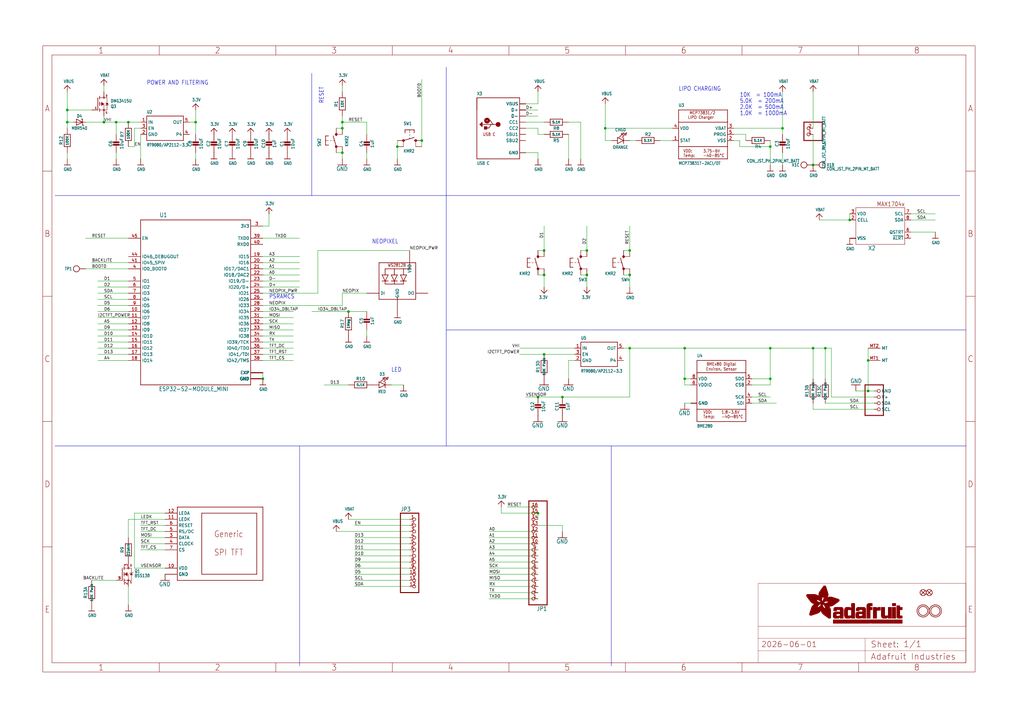
<source format=kicad_sch>
(kicad_sch (version 20230121) (generator eeschema)
  (paper "User" 425.45 298.602)
  (lib_symbols
    (symbol "working-eagle-import:3.3V" (power)
      (property "Value" "3.3V" (at -1.524 1.016 0))
      (symbol "3.3V_1_0"
        (pin power_in line (at 0 -2.54 90) (length 2.54) (name "3.3V") (number "1"))
      )
    )
    (symbol "working-eagle-import:BME280"
      (property "Reference" "U" (at -10.16 13.97 0))
      (symbol "BME280_1_0"
        (text "-40~~85°C" (at 0 -11.43 0) (effects (font (size 1.27 1.0795)) (justify left bottom)))
        (text "1.8-3.6V" (at 0 -9.525 0) (effects (font (size 1.27 1.0795)) (justify left bottom)))
        (text "BMEx80 Digital\nEnviron. Sensor" (at 0 10.16 0) (effects (font (size 1.27 1.0795))))
        (text "Temp:" (at -7.62 -11.43 0) (effects (font (size 1.27 1.0795)) (justify left bottom)))
        (text "VDD:" (at -7.62 -9.525 0) (effects (font (size 1.27 1.0795)) (justify left bottom)))
        (pin power_in line (at -12.7 -5.08 0) (length 2.54) (name "GND") (number "1"))
        (pin input line (at 12.7 2.54 180) (length 2.54) (name "CSB") (number "2"))
        (pin input line (at 12.7 -5.08 180) (length 2.54) (name "SDI") (number "3"))
        (pin input line (at 12.7 -2.54 180) (length 2.54) (name "SCK") (number "4"))
        (pin output line (at 12.7 5.08 180) (length 2.54) (name "SDO") (number "5"))
        (pin power_in line (at -12.7 2.54 0) (length 2.54) (name "VDDIO") (number "6"))
        (pin power_in line (at -12.7 -5.08 0) (length 2.54) (name "GND") (number "7"))
        (pin power_in line (at -12.7 5.08 0) (length 2.54) (name "VDD") (number "8"))
      )
    )
    (symbol "working-eagle-import:CAP_CERAMIC0603_NO"
      (property "Reference" "C" (at -2.29 1.25 90))
      (symbol "CAP_CERAMIC0603_NO_1_0"
        (pin passive line (at 0 5.08 270) (length 2.54) (name "1") (number "1"))
        (pin passive line (at 0 -2.54 90) (length 2.54) (name "2") (number "2"))
      )
    )
    (symbol "working-eagle-import:CAP_CERAMIC0805-NOOUTLINE"
      (property "Reference" "C" (at -2.29 1.25 90))
      (symbol "CAP_CERAMIC0805-NOOUTLINE_1_0"
        (pin passive line (at 0 5.08 270) (length 2.54) (name "1") (number "1"))
        (pin passive line (at 0 -2.54 90) (length 2.54) (name "2") (number "2"))
      )
    )
    (symbol "working-eagle-import:CON_JST_PH_2PIN_MT_BATT"
      (property "Reference" "X" (at 0 5.588 90))
      (symbol "CON_JST_PH_2PIN_MT_BATT_1_0"
        (pin passive inverted (at -2.54 2.54 0) (length 2.54) (name "1") (number "1"))
        (pin passive inverted (at -2.54 0 0) (length 2.54) (name "2") (number "2"))
      )
      (symbol "CON_JST_PH_2PIN_MT_BATT_2_0"
        (pin bidirectional line (at 0 0 90) (length 2.54) (name "P$1") (number "NC2"))
      )
      (symbol "CON_JST_PH_2PIN_MT_BATT_3_0"
        (pin bidirectional line (at 0 0 90) (length 2.54) (name "P$1") (number "NC1"))
      )
    )
    (symbol "working-eagle-import:DIODE-SCHOTTKYSOD-123"
      (property "Reference" "D" (at 0 2.54 0))
      (symbol "DIODE-SCHOTTKYSOD-123_1_0"
        (pin passive line (at -2.54 0 0) (length 2.54) (name "A") (number "A"))
        (pin passive line (at 2.54 0 180) (length 2.54) (name "C") (number "C"))
      )
    )
    (symbol "working-eagle-import:DISP_LCD_GENERIC_SPI_1.14IN_240X135_WRAPUNDER"
      (symbol "DISP_LCD_GENERIC_SPI_1.14IN_240X135_WRAPUNDER_1_0"
        (text "Generic" (at -5.08 2.54 0) (effects (font (size 2.54 2.159)) (justify left bottom)))
        (text "SPI TFT" (at -5.08 -5.08 0) (effects (font (size 2.54 2.159)) (justify left bottom)))
        (pin power_in line (at -25.4 -10.16 0) (length 5.08) (name "VDD") (number "10"))
        (pin input line (at -25.4 10.16 0) (length 5.08) (name "LEDK") (number "11"))
        (pin input line (at -25.4 12.7 0) (length 5.08) (name "LEDA") (number "12"))
        (pin power_in line (at -25.4 -12.7 0) (length 5.08) (name "GND") (number "13"))
        (pin bidirectional line (at -25.4 2.54 0) (length 5.08) (name "DATA") (number "3"))
        (pin input line (at -25.4 0 0) (length 5.08) (name "CLOCK") (number "4"))
        (pin input line (at -25.4 5.08 0) (length 5.08) (name "RS/DC") (number "5"))
        (pin input line (at -25.4 7.62 0) (length 5.08) (name "RESET") (number "6"))
        (pin input line (at -25.4 -2.54 0) (length 5.08) (name "CS") (number "7"))
        (pin power_in line (at -25.4 -12.7 0) (length 5.08) (name "GND") (number "8"))
      )
    )
    (symbol "working-eagle-import:ESP32-S2-MODULE_MINI"
      (property "Reference" "U" (at -22.6559 34.1345 0))
      (symbol "ESP32-S2-MODULE_MINI_1_0"
        (pin power_in line (at 27.94 -33.02 180) (length 5.08) (name "GND") (number "1"))
        (pin bidirectional line (at -27.94 -5.08 0) (length 5.08) (name "IO6") (number "10"))
        (pin bidirectional line (at -27.94 -7.62 0) (length 5.08) (name "IO7") (number "11"))
        (pin bidirectional line (at -27.94 -10.16 0) (length 5.08) (name "IO8") (number "12"))
        (pin bidirectional line (at -27.94 -12.7 0) (length 5.08) (name "IO9") (number "13"))
        (pin bidirectional line (at -27.94 -15.24 0) (length 5.08) (name "IO10") (number "14"))
        (pin bidirectional line (at -27.94 -17.78 0) (length 5.08) (name "IO11") (number "15"))
        (pin bidirectional line (at -27.94 -20.32 0) (length 5.08) (name "IO12") (number "16"))
        (pin bidirectional line (at -27.94 -22.86 0) (length 5.08) (name "IO13") (number "17"))
        (pin bidirectional line (at -27.94 -25.4 0) (length 5.08) (name "IO14") (number "18"))
        (pin bidirectional line (at 27.94 17.78 180) (length 5.08) (name "IO15") (number "19"))
        (pin power_in line (at 27.94 -33.02 180) (length 5.08) (name "GND") (number "2"))
        (pin bidirectional line (at 27.94 15.24 180) (length 5.08) (name "IO16") (number "20"))
        (pin bidirectional line (at 27.94 12.7 180) (length 5.08) (name "IO17/DAC1") (number "21"))
        (pin bidirectional line (at 27.94 10.16 180) (length 5.08) (name "IO18/DAC2") (number "22"))
        (pin bidirectional line (at 27.94 7.62 180) (length 5.08) (name "IO19/D-") (number "23"))
        (pin bidirectional line (at 27.94 5.08 180) (length 5.08) (name "IO20/D+") (number "24"))
        (pin bidirectional line (at 27.94 2.54 180) (length 5.08) (name "IO21") (number "25"))
        (pin bidirectional line (at 27.94 0 180) (length 5.08) (name "IO26") (number "26"))
        (pin bidirectional line (at 27.94 -2.54 180) (length 5.08) (name "IO33") (number "28"))
        (pin input line (at 27.94 -5.08 180) (length 5.08) (name "IO34") (number "29"))
        (pin power_in line (at 27.94 30.48 180) (length 5.08) (name "3V3") (number "3"))
        (pin power_in line (at 27.94 -33.02 180) (length 5.08) (name "GND") (number "30"))
        (pin input line (at 27.94 -7.62 180) (length 5.08) (name "IO35") (number "31"))
        (pin bidirectional line (at 27.94 -10.16 180) (length 5.08) (name "IO36") (number "32"))
        (pin bidirectional line (at 27.94 -12.7 180) (length 5.08) (name "IO37") (number "33"))
        (pin bidirectional line (at 27.94 -15.24 180) (length 5.08) (name "IO38") (number "34"))
        (pin bidirectional line (at 27.94 -17.78 180) (length 5.08) (name "IO39/TCK") (number "35"))
        (pin bidirectional line (at 27.94 -20.32 180) (length 5.08) (name "IO40/TDO") (number "36"))
        (pin bidirectional line (at 27.94 -22.86 180) (length 5.08) (name "IO41/TDI") (number "37"))
        (pin bidirectional line (at 27.94 -25.4 180) (length 5.08) (name "IO42/TMS") (number "38"))
        (pin bidirectional line (at 27.94 25.4 180) (length 5.08) (name "TXD0") (number "39"))
        (pin bidirectional line (at -27.94 12.7 0) (length 5.08) (name "IO0_BOOT0") (number "4"))
        (pin bidirectional line (at 27.94 22.86 180) (length 5.08) (name "RXD0") (number "40"))
        (pin bidirectional line (at -27.94 15.24 0) (length 5.08) (name "IO45_SPIV") (number "41"))
        (pin power_in line (at 27.94 -33.02 180) (length 5.08) (name "GND") (number "42"))
        (pin power_in line (at 27.94 -33.02 180) (length 5.08) (name "GND") (number "43"))
        (pin input line (at -27.94 17.78 0) (length 5.08) (name "IO46_DEBUGOUT") (number "44"))
        (pin input line (at -27.94 25.4 0) (length 5.08) (name "EN") (number "45"))
        (pin power_in line (at 27.94 -33.02 180) (length 5.08) (name "GND") (number "46"))
        (pin power_in line (at 27.94 -33.02 180) (length 5.08) (name "GND") (number "47"))
        (pin power_in line (at 27.94 -33.02 180) (length 5.08) (name "GND") (number "48"))
        (pin power_in line (at 27.94 -33.02 180) (length 5.08) (name "GND") (number "49"))
        (pin bidirectional line (at -27.94 7.62 0) (length 5.08) (name "IO1") (number "5"))
        (pin power_in line (at 27.94 -33.02 180) (length 5.08) (name "GND") (number "50"))
        (pin power_in line (at 27.94 -33.02 180) (length 5.08) (name "GND") (number "51"))
        (pin power_in line (at 27.94 -33.02 180) (length 5.08) (name "GND") (number "52"))
        (pin power_in line (at 27.94 -33.02 180) (length 5.08) (name "GND") (number "53"))
        (pin power_in line (at 27.94 -33.02 180) (length 5.08) (name "GND") (number "54"))
        (pin power_in line (at 27.94 -33.02 180) (length 5.08) (name "GND") (number "55"))
        (pin power_in line (at 27.94 -33.02 180) (length 5.08) (name "GND") (number "56"))
        (pin power_in line (at 27.94 -33.02 180) (length 5.08) (name "GND") (number "57"))
        (pin power_in line (at 27.94 -33.02 180) (length 5.08) (name "GND") (number "58"))
        (pin power_in line (at 27.94 -33.02 180) (length 5.08) (name "GND") (number "59"))
        (pin bidirectional line (at -27.94 5.08 0) (length 5.08) (name "IO2") (number "6"))
        (pin power_in line (at 27.94 -33.02 180) (length 5.08) (name "GND") (number "60"))
        (pin power_in line (at 27.94 -30.48 180) (length 5.08) (name "EXP") (number "61"))
        (pin power_in line (at 27.94 -30.48 180) (length 5.08) (name "EXP") (number "62"))
        (pin power_in line (at 27.94 -30.48 180) (length 5.08) (name "EXP") (number "63"))
        (pin power_in line (at 27.94 -30.48 180) (length 5.08) (name "EXP") (number "64"))
        (pin power_in line (at 27.94 -30.48 180) (length 5.08) (name "EXP") (number "65"))
        (pin power_in line (at 27.94 -30.48 180) (length 5.08) (name "EXP") (number "66"))
        (pin power_in line (at 27.94 -30.48 180) (length 5.08) (name "EXP") (number "67"))
        (pin power_in line (at 27.94 -30.48 180) (length 5.08) (name "EXP") (number "68"))
        (pin power_in line (at 27.94 -30.48 180) (length 5.08) (name "EXP") (number "69"))
        (pin bidirectional line (at -27.94 2.54 0) (length 5.08) (name "IO3") (number "7"))
        (pin power_in line (at 27.94 -30.48 180) (length 5.08) (name "EXP") (number "70"))
        (pin power_in line (at 27.94 -30.48 180) (length 5.08) (name "EXP") (number "71"))
        (pin power_in line (at 27.94 -30.48 180) (length 5.08) (name "EXP") (number "72"))
        (pin power_in line (at 27.94 -30.48 180) (length 5.08) (name "EXP") (number "73"))
        (pin bidirectional line (at -27.94 0 0) (length 5.08) (name "IO4") (number "8"))
        (pin bidirectional line (at -27.94 -2.54 0) (length 5.08) (name "IO5") (number "9"))
      )
    )
    (symbol "working-eagle-import:FIDUCIAL_1MM")
    (symbol "working-eagle-import:FRAME_A3_ADAFRUIT"
      (symbol "FRAME_A3_ADAFRUIT_1_0"
        (text "${#}/${##}" (at 357.505 10.16 0) (effects (font (size 2.54 2.54)) (justify left bottom)))
        (text "${CURRENT_DATE}" (at 298.45 10.16 0) (effects (font (size 2.286 2.286)) (justify left bottom)))
        (text "${PROJECTNAME}" (at 298.45 15.24 0) (effects (font (size 2.54 2.54)) (justify left bottom)))
        (text "1" (at 24.2094 1.905 0) (effects (font (size 2.54 2.286))))
        (text "1" (at 24.2094 258.445 0) (effects (font (size 2.54 2.286))))
        (text "2" (at 72.6281 1.905 0) (effects (font (size 2.54 2.286))))
        (text "2" (at 72.6281 258.445 0) (effects (font (size 2.54 2.286))))
        (text "3" (at 121.0469 1.905 0) (effects (font (size 2.54 2.286))))
        (text "3" (at 121.0469 258.445 0) (effects (font (size 2.54 2.286))))
        (text "4" (at 169.4656 1.905 0) (effects (font (size 2.54 2.286))))
        (text "4" (at 169.4656 258.445 0) (effects (font (size 2.54 2.286))))
        (text "5" (at 217.8844 1.905 0) (effects (font (size 2.54 2.286))))
        (text "5" (at 217.8844 258.445 0) (effects (font (size 2.54 2.286))))
        (text "6" (at 266.3031 1.905 0) (effects (font (size 2.54 2.286))))
        (text "6" (at 266.3031 258.445 0) (effects (font (size 2.54 2.286))))
        (text "7" (at 314.7219 1.905 0) (effects (font (size 2.54 2.286))))
        (text "7" (at 314.7219 258.445 0) (effects (font (size 2.54 2.286))))
        (text "8" (at 363.1406 1.905 0) (effects (font (size 2.54 2.286))))
        (text "8" (at 363.1406 258.445 0) (effects (font (size 2.54 2.286))))
        (text "A" (at 1.905 234.315 0) (effects (font (size 2.54 2.286))))
        (text "A" (at 385.445 234.315 0) (effects (font (size 2.54 2.286))))
        (text "Adafruit Industries" (at 343.916 4.953 0) (effects (font (size 2.54 2.54)) (justify left bottom)))
        (text "B" (at 1.905 182.245 0) (effects (font (size 2.54 2.286))))
        (text "B" (at 385.445 182.245 0) (effects (font (size 2.54 2.286))))
        (text "C" (at 1.905 130.175 0) (effects (font (size 2.54 2.286))))
        (text "C" (at 385.445 130.175 0) (effects (font (size 2.54 2.286))))
        (text "D" (at 1.905 78.105 0) (effects (font (size 2.54 2.286))))
        (text "D" (at 385.445 78.105 0) (effects (font (size 2.54 2.286))))
        (text "E" (at 1.905 26.035 0) (effects (font (size 2.54 2.286))))
        (text "E" (at 385.445 26.035 0) (effects (font (size 2.54 2.286))))
        (text "Sheet:" (at 343.916 10.033 0) (effects (font (size 2.54 2.54)) (justify left bottom)))
      )
    )
    (symbol "working-eagle-import:GND" (power)
      (property "Value" "GND" (at -1.524 -2.54 0))
      (symbol "GND_1_0"
        (pin power_in line (at 0 2.54 270) (length 2.54) (name "GND") (number "1"))
      )
    )
    (symbol "working-eagle-import:HEADER-1X12_MIN"
      (property "Reference" "JP" (at -6.35 18.415 0))
      (symbol "HEADER-1X12_MIN_1_0"
        (pin passive inverted (at -2.54 15.24 0) (length 2.54) (name "1") (number "1"))
        (pin passive inverted (at -2.54 -7.62 0) (length 2.54) (name "10") (number "10"))
        (pin passive inverted (at -2.54 -10.16 0) (length 2.54) (name "11") (number "11"))
        (pin passive inverted (at -2.54 -12.7 0) (length 2.54) (name "12") (number "12"))
        (pin passive inverted (at -2.54 12.7 0) (length 2.54) (name "2") (number "2"))
        (pin passive inverted (at -2.54 10.16 0) (length 2.54) (name "3") (number "3"))
        (pin passive inverted (at -2.54 7.62 0) (length 2.54) (name "4") (number "4"))
        (pin passive inverted (at -2.54 5.08 0) (length 2.54) (name "5") (number "5"))
        (pin passive inverted (at -2.54 2.54 0) (length 2.54) (name "6") (number "6"))
        (pin passive inverted (at -2.54 0 0) (length 2.54) (name "7") (number "7"))
        (pin passive inverted (at -2.54 -2.54 0) (length 2.54) (name "8") (number "8"))
        (pin passive inverted (at -2.54 -5.08 0) (length 2.54) (name "9") (number "9"))
      )
    )
    (symbol "working-eagle-import:HEADER-1X16_MIN"
      (property "Reference" "JP" (at -6.35 20.955 0))
      (symbol "HEADER-1X16_MIN_1_0"
        (pin passive inverted (at -2.54 17.78 0) (length 2.54) (name "1") (number "1"))
        (pin passive inverted (at -2.54 -5.08 0) (length 2.54) (name "10") (number "10"))
        (pin passive inverted (at -2.54 -7.62 0) (length 2.54) (name "11") (number "11"))
        (pin passive inverted (at -2.54 -10.16 0) (length 2.54) (name "12") (number "12"))
        (pin passive inverted (at -2.54 -12.7 0) (length 2.54) (name "13") (number "13"))
        (pin passive inverted (at -2.54 -15.24 0) (length 2.54) (name "14") (number "14"))
        (pin passive inverted (at -2.54 -17.78 0) (length 2.54) (name "15") (number "15"))
        (pin passive inverted (at -2.54 -20.32 0) (length 2.54) (name "16") (number "16"))
        (pin passive inverted (at -2.54 15.24 0) (length 2.54) (name "2") (number "2"))
        (pin passive inverted (at -2.54 12.7 0) (length 2.54) (name "3") (number "3"))
        (pin passive inverted (at -2.54 10.16 0) (length 2.54) (name "4") (number "4"))
        (pin passive inverted (at -2.54 7.62 0) (length 2.54) (name "5") (number "5"))
        (pin passive inverted (at -2.54 5.08 0) (length 2.54) (name "6") (number "6"))
        (pin passive inverted (at -2.54 2.54 0) (length 2.54) (name "7") (number "7"))
        (pin passive inverted (at -2.54 0 0) (length 2.54) (name "8") (number "8"))
        (pin passive inverted (at -2.54 -2.54 0) (length 2.54) (name "9") (number "9"))
      )
    )
    (symbol "working-eagle-import:LED0603_NOOUTLINE"
      (property "Reference" "D" (at -1.27 4.445 0))
      (symbol "LED0603_NOOUTLINE_1_0"
        (pin passive line (at -5.08 0 0) (length 2.54) (name "A") (number "A"))
        (pin passive line (at 2.54 0 180) (length 2.54) (name "C") (number "C"))
      )
    )
    (symbol "working-eagle-import:MAX17048/T"
      (property "Reference" "X" (at -5.08 -10.16 0))
      (symbol "MAX17048/T_1_0"
        (text "MAX1704x" (at 10.16 10.16 0) (effects (font (size 1.778 1.5113)) (justify right top)))
        (pin power_in line (at -12.7 -5.08 0) (length 2.54) (name "VSS") (number "1"))
        (pin power_in line (at -12.7 2.54 0) (length 2.54) (name "CELL") (number "2"))
        (pin power_in line (at -12.7 5.08 0) (length 2.54) (name "VDD") (number "3"))
        (pin power_in line (at -12.7 -5.08 0) (length 2.54) (name "VSS") (number "4"))
        (pin output line (at 12.7 -5.08 180) (length 2.54) (name "~{ALRT}") (number "5"))
        (pin input line (at 12.7 -2.54 180) (length 2.54) (name "QSTRT") (number "6"))
        (pin bidirectional line (at 12.7 5.08 180) (length 2.54) (name "SCL") (number "7"))
        (pin bidirectional line (at 12.7 2.54 180) (length 2.54) (name "SDA") (number "8"))
        (pin power_in line (at -12.7 -5.08 0) (length 2.54) (name "VSS") (number "THERMAL"))
      )
    )
    (symbol "working-eagle-import:MCP73831/2"
      (property "Reference" "U" (at -10.16 11.43 0))
      (symbol "MCP73831/2_1_0"
        (text "-40-85°C" (at 0 -9.525 0) (effects (font (size 1.27 1.0795)) (justify left bottom)))
        (text "3.75-6V" (at 0 -7.62 0) (effects (font (size 1.27 1.0795)) (justify left bottom)))
        (text "LIPO Charger" (at -6.35 6.35 0) (effects (font (size 1.27 1.0795)) (justify left bottom)))
        (text "MCP73831/2" (at -5.715 8.255 0) (effects (font (size 1.27 1.0795)) (justify left bottom)))
        (text "Temp:" (at -8.255 -9.525 0) (effects (font (size 1.27 1.0795)) (justify left bottom)))
        (text "VDD:" (at -8.255 -7.62 0) (effects (font (size 1.27 1.0795)) (justify left bottom)))
        (pin output line (at -12.7 -2.54 0) (length 2.54) (name "STAT") (number "1"))
        (pin power_in line (at 12.7 -2.54 180) (length 2.54) (name "VSS") (number "2"))
        (pin power_in line (at 12.7 2.54 180) (length 2.54) (name "VBAT") (number "3"))
        (pin power_in line (at -12.7 2.54 0) (length 2.54) (name "VDD") (number "4"))
        (pin input line (at 12.7 0 180) (length 2.54) (name "PROG") (number "5"))
      )
    )
    (symbol "working-eagle-import:MOSFET-N_SC70"
      (property "Reference" "Q" (at 5.08 0.635 0))
      (symbol "MOSFET-N_SC70_1_0"
        (text "D" (at 3.175 3.175 0) (effects (font (size 0.8128 0.6908)) (justify left bottom)))
        (text "G" (at -1.27 -1.905 0) (effects (font (size 0.8128 0.6908)) (justify left bottom)))
        (text "S" (at 3.175 -3.81 0) (effects (font (size 0.8128 0.6908)) (justify left bottom)))
        (pin bidirectional line (at -2.54 -2.54 0) (length 2.54) (name "G") (number "1"))
        (pin bidirectional line (at 2.54 -5.08 90) (length 2.54) (name "S") (number "2"))
        (pin bidirectional line (at 2.54 5.08 270) (length 2.54) (name "D") (number "3"))
      )
    )
    (symbol "working-eagle-import:MOSFET-P"
      (property "Reference" "Q" (at 2.794 0.381 0))
      (symbol "MOSFET-P_1_0"
        (text "D" (at 0.635 -3.81 0) (effects (font (size 0.8128 0.6908)) (justify left bottom)))
        (text "G" (at -3.81 1.27 0) (effects (font (size 0.8128 0.6908)) (justify left bottom)))
        (text "S" (at 0.635 3.175 0) (effects (font (size 0.8128 0.6908)) (justify left bottom)))
        (pin passive line (at -5.08 2.54 0) (length 2.54) (name "G") (number "1"))
        (pin passive line (at 0 5.08 270) (length 2.54) (name "S") (number "2"))
        (pin passive line (at 0 -5.08 90) (length 2.54) (name "D") (number "3"))
      )
    )
    (symbol "working-eagle-import:MOUNTINGHOLE2.5")
    (symbol "working-eagle-import:RESISTOR_0603_NOOUT"
      (property "Reference" "R" (at 0 2.54 0))
      (symbol "RESISTOR_0603_NOOUT_1_0"
        (pin passive line (at -5.08 0 0) (length 2.54) (name "1") (number "1"))
        (pin passive line (at 5.08 0 180) (length 2.54) (name "2") (number "2"))
      )
    )
    (symbol "working-eagle-import:RESISTOR_4PACK"
      (property "Reference" "R" (at 0 2.54 0))
      (symbol "RESISTOR_4PACK_1_0"
        (pin passive line (at -5.08 0 0) (length 2.54) (name "1") (number "1"))
        (pin passive line (at 5.08 0 180) (length 2.54) (name "2") (number "8"))
      )
      (symbol "RESISTOR_4PACK_2_0"
        (pin passive line (at -5.08 0 0) (length 2.54) (name "1") (number "2"))
        (pin passive line (at 5.08 0 180) (length 2.54) (name "2") (number "7"))
      )
      (symbol "RESISTOR_4PACK_3_0"
        (pin passive line (at -5.08 0 0) (length 2.54) (name "1") (number "3"))
        (pin passive line (at 5.08 0 180) (length 2.54) (name "2") (number "6"))
      )
      (symbol "RESISTOR_4PACK_4_0"
        (pin passive line (at -5.08 0 0) (length 2.54) (name "1") (number "4"))
        (pin passive line (at 5.08 0 180) (length 2.54) (name "2") (number "5"))
      )
    )
    (symbol "working-eagle-import:STEMMA_I2C_QTRA"
      (symbol "STEMMA_I2C_QTRA_1_0"
        (pin passive inverted (at 0 5.08 0) (length 2.54) (name "GND") (number "1"))
        (pin passive inverted (at 0 2.54 0) (length 2.54) (name "V+") (number "2"))
        (pin passive inverted (at 0 0 0) (length 2.54) (name "SDA") (number "3"))
        (pin passive inverted (at 0 -2.54 0) (length 2.54) (name "SCL") (number "4"))
      )
      (symbol "STEMMA_I2C_QTRA_2_0"
        (pin bidirectional line (at 0 0 0) (length 5.08) (name "MT") (number "MT1"))
      )
      (symbol "STEMMA_I2C_QTRA_3_0"
        (pin bidirectional line (at 0 0 0) (length 5.08) (name "MT") (number "MT2"))
      )
    )
    (symbol "working-eagle-import:SWITCH_TACT_SMT_RKB2"
      (property "Reference" "SW" (at -2.54 6.35 0))
      (symbol "SWITCH_TACT_SMT_RKB2_1_0"
        (pin passive line (at -5.08 0 0) (length 2.54) (name "P") (number "A"))
        (pin passive line (at -5.08 -2.54 0) (length 2.54) (name "P1") (number "A'"))
        (pin passive line (at 5.08 0 180) (length 2.54) (name "S") (number "B"))
        (pin passive line (at 5.08 -2.54 180) (length 2.54) (name "S1") (number "B'"))
      )
    )
    (symbol "working-eagle-import:TESTPOINTROUND1.5MMNO"
      (property "Reference" "TP" (at 0 5.588 90))
      (symbol "TESTPOINTROUND1.5MMNO_1_0"
        (pin bidirectional line (at 0 0 90) (length 2.54) (name "P$1") (number "P$1"))
      )
    )
    (symbol "working-eagle-import:USB_C"
      (property "Reference" "X" (at -10.16 13.716 0))
      (symbol "USB_C_1_0"
        (text "USB C" (at -5.08 -2.54 0) (effects (font (size 1.27 1.0795))))
        (pin power_in line (at 10.16 -10.16 180) (length 2.54) (name "GND") (number "A1B12"))
        (pin power_in line (at 10.16 10.16 180) (length 2.54) (name "VBUS") (number "A4B9"))
        (pin bidirectional line (at 10.16 2.54 180) (length 2.54) (name "CC1") (number "A5"))
        (pin bidirectional line (at 10.16 7.62 180) (length 2.54) (name "D+") (number "A6"))
        (pin bidirectional line (at 10.16 5.08 180) (length 2.54) (name "D-") (number "A7"))
        (pin bidirectional line (at 10.16 -2.54 180) (length 2.54) (name "SBU1") (number "A8"))
        (pin power_in line (at 10.16 -10.16 180) (length 2.54) (name "GND") (number "B1A12"))
        (pin power_in line (at 10.16 10.16 180) (length 2.54) (name "VBUS") (number "B4A9"))
        (pin bidirectional line (at 10.16 0 180) (length 2.54) (name "CC2") (number "B5"))
        (pin bidirectional line (at 10.16 7.62 180) (length 2.54) (name "D+") (number "B6"))
        (pin bidirectional line (at 10.16 5.08 180) (length 2.54) (name "D-") (number "B7"))
        (pin bidirectional line (at 10.16 -5.08 180) (length 2.54) (name "SBU2") (number "B8"))
      )
    )
    (symbol "working-eagle-import:VBAT" (power)
      (property "Value" "VBAT" (at -1.524 1.016 0))
      (symbol "VBAT_1_0"
        (pin power_in line (at 0 -2.54 90) (length 2.54) (name "VBAT") (number "1"))
      )
    )
    (symbol "working-eagle-import:VBUS" (power)
      (property "Value" "VBUS" (at -1.524 1.016 0))
      (symbol "VBUS_1_0"
        (pin power_in line (at 0 -2.54 90) (length 2.54) (name "VBUS") (number "1"))
      )
    )
    (symbol "working-eagle-import:VREG_SOT23-5"
      (property "Reference" "U" (at -7.62 6.096 0))
      (symbol "VREG_SOT23-5_1_0"
        (pin power_in line (at -10.16 2.54 0) (length 2.54) (name "IN") (number "1"))
        (pin power_in line (at -10.16 -2.54 0) (length 2.54) (name "GND") (number "2"))
        (pin input line (at -10.16 0 0) (length 2.54) (name "EN") (number "3"))
        (pin bidirectional line (at 10.16 -2.54 180) (length 2.54) (name "P4") (number "4"))
        (pin power_in line (at 10.16 2.54 180) (length 2.54) (name "OUT") (number "5"))
      )
    )
    (symbol "working-eagle-import:WS2812B_SK6805_1515"
      (symbol "WS2812B_SK6805_1515_1_0"
        (text "WS2812B" (at -4.064 8.382 0) (effects (font (size 1.27 1.0795)) (justify left bottom)))
        (pin input line (at -12.7 -2.54 0) (length 5.08) (name "DI") (number "1"))
        (pin power_in line (at 5.08 15.24 270) (length 5.08) (name "VDD") (number "2"))
        (pin output line (at 12.7 -2.54 180) (length 5.08) (name "DO") (number "3"))
        (pin power_in line (at 0 -10.16 90) (length 5.08) (name "GND") (number "4"))
      )
    )
    (symbol "working-eagle-import:supply1_GND" (power)
      (property "Value" "supply1_GND" (at -2.54 -2.54 0))
      (symbol "supply1_GND_1_0"
        (pin power_in line (at 0 2.54 270) (length 2.54) (name "GND") (number "1"))
      )
    )
  )
  (junction (at 109.22 157.48))
  (junction (at 337.82 68.58))
  (junction (at 261.62 144.78))
  (junction (at 360.68 149.86))
  (junction (at 53.34 50.8))
  (junction (at 226.06 104.14))
  (junction (at 251.46 53.34))
  (junction (at 342.9 144.78))
  (junction (at 325.12 53.34))
  (junction (at 261.62 104.14))
  (junction (at 142.24 50.8))
  (junction (at 226.06 147.32))
  (junction (at 261.62 114.3))
  (junction (at 142.24 53.34))
  (junction (at 320.04 157.48))
  (junction (at 43.18 50.8))
  (junction (at 337.82 144.78))
  (junction (at 27.94 45.72))
  (junction (at 233.68 165.1))
  (junction (at 243.84 114.3))
  (junction (at 175.26 58.42))
  (junction (at 48.26 50.8))
  (junction (at 243.84 104.14))
  (junction (at 360.68 162.56))
  (junction (at 165.1 60.96))
  (junction (at 226.06 114.3))
  (junction (at 284.48 157.48))
  (junction (at 223.52 165.1))
  (junction (at 27.94 50.8))
  (junction (at 320.04 60.96))
  (junction (at 320.04 144.78))
  (junction (at 144.78 129.54))
  (junction (at 353.06 91.44))
  (junction (at 81.28 50.8))
  (junction (at 142.24 63.5))
  (junction (at 284.48 144.78))
  (junction (at 223.52 213.36))
  (wire (pts (xy 223.52 223.52) (xy 203.2 223.52)) (stroke (width 0.1524)))
  (wire (pts (xy 223.52 243.84) (xy 203.2 243.84)) (stroke (width 0.1524)))
  (wire (pts (xy 241.3 104.14) (xy 243.84 104.14)) (stroke (width 0.1524)))
  (wire (pts (xy 147.32 233.68) (xy 170.18 233.68)) (stroke (width 0.1524)))
  (wire (pts (xy 238.76 147.32) (xy 226.06 147.32)) (stroke (width 0.1524)))
  (wire (pts (xy 241.3 50.8) (xy 241.3 66.04)) (stroke (width 0.1524)))
  (wire (pts (xy 274.32 58.42) (xy 279.4 58.42)) (stroke (width 0.1524)))
  (wire (pts (xy 309.88 55.88) (xy 309.88 58.42)) (stroke (width 0.1524)))
  (wire (pts (xy 223.52 53.34) (xy 223.52 55.88)) (stroke (width 0.1524)))
  (wire (pts (xy 170.18 241.3) (xy 147.32 241.3)) (stroke (width 0.1524)))
  (wire (pts (xy 48.26 50.8) (xy 48.26 55.88)) (stroke (width 0.1524)))
  (wire (pts (xy 320.04 60.96) (xy 320.04 68.58)) (stroke (width 0.1524)))
  (wire (pts (xy 152.4 55.88) (xy 152.4 50.8)) (stroke (width 0.1524)))
  (wire (pts (xy 223.52 248.92) (xy 203.2 248.92)) (stroke (width 0.1524)))
  (wire (pts (xy 48.26 241.3) (xy 38.1 241.3)) (stroke (width 0.1524)))
  (wire (pts (xy 388.62 88.9) (xy 378.46 88.9)) (stroke (width 0.1524)))
  (wire (pts (xy 53.34 116.84) (xy 40.64 116.84)) (stroke (width 0.1524)))
  (wire (pts (xy 147.32 236.22) (xy 170.18 236.22)) (stroke (width 0.1524)))
  (wire (pts (xy 223.52 63.5) (xy 218.44 63.5)) (stroke (width 0.1524)))
  (wire (pts (xy 53.34 149.86) (xy 40.64 149.86)) (stroke (width 0.1524)))
  (wire (pts (xy 109.22 139.7) (xy 121.92 139.7)) (stroke (width 0.1524)))
  (wire (pts (xy 345.44 165.1) (xy 345.44 144.78)) (stroke (width 0.1524)))
  (wire (pts (xy 226.06 114.3) (xy 226.06 119.38)) (stroke (width 0.1524)))
  (wire (pts (xy 165.1 60.96) (xy 165.1 66.04)) (stroke (width 0.1524)))
  (wire (pts (xy 81.28 50.8) (xy 81.28 45.72)) (stroke (width 0.1524)))
  (wire (pts (xy 203.2 228.6) (xy 223.52 228.6)) (stroke (width 0.1524)))
  (wire (pts (xy 223.52 226.06) (xy 203.2 226.06)) (stroke (width 0.1524)))
  (wire (pts (xy 109.22 114.3) (xy 124.46 114.3)) (stroke (width 0.1524)))
  (wire (pts (xy 152.4 66.04) (xy 152.4 63.5)) (stroke (width 0.1524)))
  (wire (pts (xy 284.48 144.78) (xy 320.04 144.78)) (stroke (width 0.1524)))
  (wire (pts (xy 218.44 45.72) (xy 223.52 45.72)) (stroke (width 0.1524)))
  (wire (pts (xy 68.58 236.22) (xy 55.88 236.22)) (stroke (width 0.1524)))
  (wire (pts (xy 236.22 149.86) (xy 236.22 157.48)) (stroke (width 0.1524)))
  (wire (pts (xy 312.42 167.64) (xy 322.58 167.64)) (stroke (width 0.1524)))
  (wire (pts (xy 320.04 157.48) (xy 320.04 144.78)) (stroke (width 0.1524)))
  (wire (pts (xy 43.18 48.26) (xy 43.18 50.8)) (stroke (width 0.1524)))
  (wire (pts (xy 144.78 129.54) (xy 129.54 129.54)) (stroke (width 0.1524)))
  (wire (pts (xy 236.22 55.88) (xy 236.22 66.04)) (stroke (width 0.1524)))
  (wire (pts (xy 378.46 91.44) (xy 388.62 91.44)) (stroke (width 0.1524)))
  (wire (pts (xy 53.34 127) (xy 40.64 127)) (stroke (width 0.1524)))
  (wire (pts (xy 218.44 48.26) (xy 223.52 48.26)) (stroke (width 0.1524)))
  (wire (pts (xy 40.64 139.7) (xy 53.34 139.7)) (stroke (width 0.1524)))
  (wire (pts (xy 81.28 55.88) (xy 81.28 50.8)) (stroke (width 0.1524)))
  (wire (pts (xy 360.68 162.56) (xy 363.22 162.56)) (stroke (width 0.1524)))
  (wire (pts (xy 53.34 109.22) (xy 38.1 109.22)) (stroke (width 0.1524)))
  (wire (pts (xy 144.78 215.9) (xy 170.18 215.9)) (stroke (width 0.1524)))
  (wire (pts (xy 53.34 223.52) (xy 53.34 215.9)) (stroke (width 0.1524)))
  (wire (pts (xy 147.32 243.84) (xy 170.18 243.84)) (stroke (width 0.1524)))
  (wire (pts (xy 38.1 45.72) (xy 27.94 45.72)) (stroke (width 0.1524)))
  (wire (pts (xy 40.64 119.38) (xy 53.34 119.38)) (stroke (width 0.1524)))
  (wire (pts (xy 139.7 63.5) (xy 142.24 63.5)) (stroke (width 0.1524)))
  (wire (pts (xy 78.74 50.8) (xy 81.28 50.8)) (stroke (width 0.1524)))
  (wire (pts (xy 254 58.42) (xy 251.46 58.42)) (stroke (width 0.1524)))
  (wire (pts (xy 378.46 96.52) (xy 388.62 96.52)) (stroke (width 0.1524)))
  (wire (pts (xy 261.62 58.42) (xy 264.16 58.42)) (stroke (width 0.1524)))
  (wire (pts (xy 320.04 144.78) (xy 337.82 144.78)) (stroke (width 0.1524)))
  (wire (pts (xy 68.58 215.9) (xy 53.34 215.9)) (stroke (width 0.1524)))
  (wire (pts (xy 109.22 129.54) (xy 121.92 129.54)) (stroke (width 0.1524)))
  (wire (pts (xy 109.22 137.16) (xy 121.92 137.16)) (stroke (width 0.1524)))
  (wire (pts (xy 360.68 144.78) (xy 360.68 149.86)) (stroke (width 0.1524)))
  (wire (pts (xy 337.82 38.1) (xy 337.82 53.34)) (stroke (width 0.1524)))
  (wire (pts (xy 40.64 144.78) (xy 53.34 144.78)) (stroke (width 0.1524)))
  (wire (pts (xy 236.22 50.8) (xy 241.3 50.8)) (stroke (width 0.1524)))
  (polyline (pts (xy 124.46 185.42) (xy 124.46 276.86)) (stroke (width 0.1524) (type solid)))
  (polyline (pts (xy 124.46 185.42) (xy 22.86 185.42)) (stroke (width 0.1524) (type solid)))
  (wire (pts (xy 30.48 50.8) (xy 27.94 50.8)) (stroke (width 0.1524)))
  (wire (pts (xy 363.22 167.64) (xy 342.9 167.64)) (stroke (width 0.1524)))
  (wire (pts (xy 223.52 220.98) (xy 203.2 220.98)) (stroke (width 0.1524)))
  (wire (pts (xy 55.88 60.96) (xy 55.88 53.34)) (stroke (width 0.1524)))
  (wire (pts (xy 312.42 160.02) (xy 320.04 160.02)) (stroke (width 0.1524)))
  (wire (pts (xy 109.22 111.76) (xy 124.46 111.76)) (stroke (width 0.1524)))
  (wire (pts (xy 27.94 66.04) (xy 27.94 63.5)) (stroke (width 0.1524)))
  (polyline (pts (xy 22.86 81.28) (xy 129.54 81.28)) (stroke (width 0.1524) (type solid)))
  (wire (pts (xy 109.22 134.62) (xy 121.92 134.62)) (stroke (width 0.1524)))
  (wire (pts (xy 144.78 160.02) (xy 134.62 160.02)) (stroke (width 0.1524)))
  (wire (pts (xy 142.24 53.34) (xy 139.7 53.34)) (stroke (width 0.1524)))
  (wire (pts (xy 203.2 246.38) (xy 223.52 246.38)) (stroke (width 0.1524)))
  (wire (pts (xy 68.58 223.52) (xy 58.42 223.52)) (stroke (width 0.1524)))
  (polyline (pts (xy 401.32 185.42) (xy 254 185.42)) (stroke (width 0.1524) (type solid)))
  (wire (pts (xy 165.1 58.42) (xy 165.1 60.96)) (stroke (width 0.1524)))
  (wire (pts (xy 312.42 157.48) (xy 320.04 157.48)) (stroke (width 0.1524)))
  (wire (pts (xy 147.32 226.06) (xy 170.18 226.06)) (stroke (width 0.1524)))
  (wire (pts (xy 307.34 58.42) (xy 307.34 60.96)) (stroke (width 0.1524)))
  (wire (pts (xy 43.18 35.56) (xy 43.18 38.1)) (stroke (width 0.1524)))
  (wire (pts (xy 251.46 43.18) (xy 251.46 53.34)) (stroke (width 0.1524)))
  (wire (pts (xy 53.34 111.76) (xy 35.56 111.76)) (stroke (width 0.1524)))
  (wire (pts (xy 251.46 58.42) (xy 251.46 53.34)) (stroke (width 0.1524)))
  (wire (pts (xy 208.28 213.36) (xy 223.52 213.36)) (stroke (width 0.1524)))
  (wire (pts (xy 337.82 144.78) (xy 342.9 144.78)) (stroke (width 0.1524)))
  (wire (pts (xy 243.84 104.14) (xy 243.84 93.98)) (stroke (width 0.1524)))
  (wire (pts (xy 53.34 132.08) (xy 40.64 132.08)) (stroke (width 0.1524)))
  (polyline (pts (xy 185.42 185.42) (xy 185.42 137.16)) (stroke (width 0.1524) (type solid)))
  (wire (pts (xy 109.22 144.78) (xy 121.92 144.78)) (stroke (width 0.1524)))
  (polyline (pts (xy 185.42 81.28) (xy 129.54 81.28)) (stroke (width 0.1524) (type solid)))
  (wire (pts (xy 109.22 119.38) (xy 124.46 119.38)) (stroke (width 0.1524)))
  (wire (pts (xy 109.22 149.86) (xy 121.92 149.86)) (stroke (width 0.1524)))
  (wire (pts (xy 223.52 210.82) (xy 210.82 210.82)) (stroke (width 0.1524)))
  (wire (pts (xy 312.42 165.1) (xy 320.04 165.1)) (stroke (width 0.1524)))
  (wire (pts (xy 238.76 144.78) (xy 215.9 144.78)) (stroke (width 0.1524)))
  (polyline (pts (xy 185.42 81.28) (xy 185.42 27.94)) (stroke (width 0.1524) (type solid)))
  (wire (pts (xy 111.76 93.98) (xy 111.76 88.9)) (stroke (width 0.1524)))
  (wire (pts (xy 170.18 220.98) (xy 139.7 220.98)) (stroke (width 0.1524)))
  (wire (pts (xy 223.52 66.04) (xy 223.52 63.5)) (stroke (width 0.1524)))
  (wire (pts (xy 27.94 53.34) (xy 27.94 50.8)) (stroke (width 0.1524)))
  (wire (pts (xy 223.52 238.76) (xy 203.2 238.76)) (stroke (width 0.1524)))
  (wire (pts (xy 48.26 63.5) (xy 48.26 66.04)) (stroke (width 0.1524)))
  (wire (pts (xy 109.22 106.68) (xy 124.46 106.68)) (stroke (width 0.1524)))
  (wire (pts (xy 142.24 50.8) (xy 142.24 53.34)) (stroke (width 0.1524)))
  (wire (pts (xy 251.46 53.34) (xy 279.4 53.34)) (stroke (width 0.1524)))
  (wire (pts (xy 218.44 165.1) (xy 223.52 165.1)) (stroke (width 0.1524)))
  (wire (pts (xy 53.34 124.46) (xy 40.64 124.46)) (stroke (width 0.1524)))
  (wire (pts (xy 142.24 50.8) (xy 152.4 50.8)) (stroke (width 0.1524)))
  (wire (pts (xy 259.08 114.3) (xy 261.62 114.3)) (stroke (width 0.1524)))
  (wire (pts (xy 320.04 157.48) (xy 320.04 160.02)) (stroke (width 0.1524)))
  (wire (pts (xy 147.32 218.44) (xy 170.18 218.44)) (stroke (width 0.1524)))
  (wire (pts (xy 170.18 223.52) (xy 147.32 223.52)) (stroke (width 0.1524)))
  (wire (pts (xy 223.52 215.9) (xy 223.52 213.36)) (stroke (width 0.1524)))
  (wire (pts (xy 226.06 147.32) (xy 215.9 147.32)) (stroke (width 0.1524)))
  (wire (pts (xy 223.52 218.44) (xy 233.68 218.44)) (stroke (width 0.1524)))
  (wire (pts (xy 175.26 58.42) (xy 175.26 33.02)) (stroke (width 0.1524)))
  (wire (pts (xy 325.12 55.88) (xy 325.12 53.34)) (stroke (width 0.1524)))
  (wire (pts (xy 223.52 114.3) (xy 226.06 114.3)) (stroke (width 0.1524)))
  (wire (pts (xy 109.22 116.84) (xy 124.46 116.84)) (stroke (width 0.1524)))
  (wire (pts (xy 53.34 251.46) (xy 53.34 243.84)) (stroke (width 0.1524)))
  (wire (pts (xy 261.62 114.3) (xy 261.62 119.38)) (stroke (width 0.1524)))
  (wire (pts (xy 152.4 129.54) (xy 144.78 129.54)) (stroke (width 0.1524)))
  (wire (pts (xy 162.56 160.02) (xy 167.64 160.02)) (stroke (width 0.1524)))
  (wire (pts (xy 121.92 142.24) (xy 109.22 142.24)) (stroke (width 0.1524)))
  (wire (pts (xy 223.52 236.22) (xy 203.2 236.22)) (stroke (width 0.1524)))
  (wire (pts (xy 53.34 60.96) (xy 55.88 60.96)) (stroke (width 0.1524)))
  (wire (pts (xy 175.26 58.42) (xy 175.26 60.96)) (stroke (width 0.1524)))
  (wire (pts (xy 58.42 55.88) (xy 58.42 66.04)) (stroke (width 0.1524)))
  (wire (pts (xy 68.58 220.98) (xy 58.42 220.98)) (stroke (width 0.1524)))
  (wire (pts (xy 325.12 38.1) (xy 325.12 53.34)) (stroke (width 0.1524)))
  (wire (pts (xy 342.9 144.78) (xy 342.9 157.48)) (stroke (width 0.1524)))
  (wire (pts (xy 152.4 121.92) (xy 142.24 121.92)) (stroke (width 0.1524)))
  (wire (pts (xy 261.62 104.14) (xy 261.62 93.98)) (stroke (width 0.1524)))
  (wire (pts (xy 218.44 43.18) (xy 223.52 43.18)) (stroke (width 0.1524)))
  (wire (pts (xy 142.24 63.5) (xy 142.24 66.04)) (stroke (width 0.1524)))
  (wire (pts (xy 55.88 213.36) (xy 68.58 213.36)) (stroke (width 0.1524)))
  (wire (pts (xy 109.22 99.06) (xy 124.46 99.06)) (stroke (width 0.1524)))
  (wire (pts (xy 243.84 114.3) (xy 241.3 114.3)) (stroke (width 0.1524)))
  (wire (pts (xy 304.8 53.34) (xy 325.12 53.34)) (stroke (width 0.1524)))
  (wire (pts (xy 53.34 147.32) (xy 40.64 147.32)) (stroke (width 0.1524)))
  (wire (pts (xy 109.22 121.92) (xy 132.08 121.92)) (stroke (width 0.1524)))
  (wire (pts (xy 223.52 55.88) (xy 226.06 55.88)) (stroke (width 0.1524)))
  (wire (pts (xy 208.28 210.82) (xy 208.28 213.36)) (stroke (width 0.1524)))
  (wire (pts (xy 243.84 119.38) (xy 243.84 114.3)) (stroke (width 0.1524)))
  (wire (pts (xy 40.64 121.92) (xy 53.34 121.92)) (stroke (width 0.1524)))
  (polyline (pts (xy 254 185.42) (xy 185.42 185.42)) (stroke (width 0.1524) (type solid)))
  (wire (pts (xy 147.32 231.14) (xy 170.18 231.14)) (stroke (width 0.1524)))
  (wire (pts (xy 53.34 99.06) (xy 35.56 99.06)) (stroke (width 0.1524)))
  (wire (pts (xy 360.68 162.56) (xy 355.6 162.56)) (stroke (width 0.1524)))
  (wire (pts (xy 203.2 241.3) (xy 223.52 241.3)) (stroke (width 0.1524)))
  (wire (pts (xy 53.34 134.62) (xy 40.64 134.62)) (stroke (width 0.1524)))
  (wire (pts (xy 337.82 170.18) (xy 337.82 167.64)) (stroke (width 0.1524)))
  (wire (pts (xy 284.48 167.64) (xy 287.02 167.64)) (stroke (width 0.1524)))
  (wire (pts (xy 287.02 160.02) (xy 284.48 160.02)) (stroke (width 0.1524)))
  (wire (pts (xy 142.24 48.26) (xy 142.24 50.8)) (stroke (width 0.1524)))
  (wire (pts (xy 353.06 91.44) (xy 340.36 91.44)) (stroke (width 0.1524)))
  (wire (pts (xy 142.24 35.56) (xy 142.24 38.1)) (stroke (width 0.1524)))
  (wire (pts (xy 170.18 228.6) (xy 147.32 228.6)) (stroke (width 0.1524)))
  (wire (pts (xy 81.28 63.5) (xy 81.28 66.04)) (stroke (width 0.1524)))
  (wire (pts (xy 223.52 233.68) (xy 203.2 233.68)) (stroke (width 0.1524)))
  (wire (pts (xy 353.06 88.9) (xy 353.06 91.44)) (stroke (width 0.1524)))
  (wire (pts (xy 132.08 104.14) (xy 170.18 104.14)) (stroke (width 0.1524)))
  (wire (pts (xy 325.12 63.5) (xy 325.12 68.58)) (stroke (width 0.1524)))
  (polyline (pts (xy 185.42 137.16) (xy 185.42 81.28)) (stroke (width 0.1524) (type solid)))
  (wire (pts (xy 109.22 93.98) (xy 111.76 93.98)) (stroke (width 0.1524)))
  (wire (pts (xy 55.88 53.34) (xy 58.42 53.34)) (stroke (width 0.1524)))
  (polyline (pts (xy 401.32 137.16) (xy 185.42 137.16)) (stroke (width 0.1524) (type solid)))
  (wire (pts (xy 238.76 149.86) (xy 236.22 149.86)) (stroke (width 0.1524)))
  (wire (pts (xy 40.64 129.54) (xy 53.34 129.54)) (stroke (width 0.1524)))
  (wire (pts (xy 287.02 157.48) (xy 284.48 157.48)) (stroke (width 0.1524)))
  (wire (pts (xy 233.68 165.1) (xy 261.62 165.1)) (stroke (width 0.1524)))
  (wire (pts (xy 259.08 104.14) (xy 261.62 104.14)) (stroke (width 0.1524)))
  (polyline (pts (xy 254 185.42) (xy 254 276.86)) (stroke (width 0.1524) (type solid)))
  (wire (pts (xy 284.48 160.02) (xy 284.48 157.48)) (stroke (width 0.1524)))
  (wire (pts (xy 233.68 218.44) (xy 233.68 220.98)) (stroke (width 0.1524)))
  (wire (pts (xy 223.52 104.14) (xy 226.06 104.14)) (stroke (width 0.1524)))
  (wire (pts (xy 109.22 154.94) (xy 109.22 157.48)) (stroke (width 0.1524)))
  (wire (pts (xy 360.68 149.86) (xy 360.68 162.56)) (stroke (width 0.1524)))
  (wire (pts (xy 58.42 50.8) (xy 53.34 50.8)) (stroke (width 0.1524)))
  (wire (pts (xy 68.58 228.6) (xy 58.42 228.6)) (stroke (width 0.1524)))
  (wire (pts (xy 337.82 157.48) (xy 337.82 144.78)) (stroke (width 0.1524)))
  (wire (pts (xy 170.18 238.76) (xy 147.32 238.76)) (stroke (width 0.1524)))
  (wire (pts (xy 304.8 58.42) (xy 307.34 58.42)) (stroke (width 0.1524)))
  (wire (pts (xy 53.34 137.16) (xy 40.64 137.16)) (stroke (width 0.1524)))
  (wire (pts (xy 109.22 127) (xy 142.24 127)) (stroke (width 0.1524)))
  (wire (pts (xy 284.48 157.48) (xy 284.48 144.78)) (stroke (width 0.1524)))
  (wire (pts (xy 27.94 45.72) (xy 27.94 38.1)) (stroke (width 0.1524)))
  (wire (pts (xy 218.44 50.8) (xy 226.06 50.8)) (stroke (width 0.1524)))
  (wire (pts (xy 223.52 231.14) (xy 203.2 231.14)) (stroke (width 0.1524)))
  (wire (pts (xy 337.82 68.58) (xy 337.82 55.88)) (stroke (width 0.1524)))
  (wire (pts (xy 132.08 121.92) (xy 132.08 104.14)) (stroke (width 0.1524)))
  (wire (pts (xy 223.52 43.18) (xy 223.52 38.1)) (stroke (width 0.1524)))
  (wire (pts (xy 55.88 236.22) (xy 55.88 213.36)) (stroke (width 0.1524)))
  (wire (pts (xy 53.34 50.8) (xy 48.26 50.8)) (stroke (width 0.1524)))
  (wire (pts (xy 259.08 144.78) (xy 261.62 144.78)) (stroke (width 0.1524)))
  (wire (pts (xy 304.8 55.88) (xy 309.88 55.88)) (stroke (width 0.1524)))
  (wire (pts (xy 320.04 58.42) (xy 320.04 60.96)) (stroke (width 0.1524)))
  (wire (pts (xy 345.44 165.1) (xy 363.22 165.1)) (stroke (width 0.1524)))
  (wire (pts (xy 223.52 165.1) (xy 233.68 165.1)) (stroke (width 0.1524)))
  (polyline (pts (xy 129.54 81.28) (xy 129.54 30.48)) (stroke (width 0.1524) (type solid)))
  (wire (pts (xy 35.56 50.8) (xy 43.18 50.8)) (stroke (width 0.1524)))
  (wire (pts (xy 53.34 142.24) (xy 40.64 142.24)) (stroke (width 0.1524)))
  (wire (pts (xy 152.4 139.7) (xy 152.4 137.16)) (stroke (width 0.1524)))
  (wire (pts (xy 68.58 218.44) (xy 58.42 218.44)) (stroke (width 0.1524)))
  (wire (pts (xy 142.24 127) (xy 142.24 121.92)) (stroke (width 0.1524)))
  (wire (pts (xy 27.94 50.8) (xy 27.94 45.72)) (stroke (width 0.1524)))
  (wire (pts (xy 109.22 109.22) (xy 124.46 109.22)) (stroke (width 0.1524)))
  (wire (pts (xy 109.22 132.08) (xy 121.92 132.08)) (stroke (width 0.1524)))
  (wire (pts (xy 345.44 144.78) (xy 342.9 144.78)) (stroke (width 0.1524)))
  (wire (pts (xy 261.62 165.1) (xy 261.62 144.78)) (stroke (width 0.1524)))
  (wire (pts (xy 261.62 144.78) (xy 284.48 144.78)) (stroke (width 0.1524)))
  (polyline (pts (xy 398.78 81.28) (xy 185.42 81.28)) (stroke (width 0.1524) (type solid)))
  (wire (pts (xy 68.58 226.06) (xy 58.42 226.06)) (stroke (width 0.1524)))
  (wire (pts (xy 43.18 50.8) (xy 48.26 50.8)) (stroke (width 0.1524)))
  (wire (pts (xy 226.06 104.14) (xy 226.06 93.98)) (stroke (width 0.1524)))
  (wire (pts (xy 307.34 60.96) (xy 320.04 60.96)) (stroke (width 0.1524)))
  (wire (pts (xy 363.22 170.18) (xy 337.82 170.18)) (stroke (width 0.1524)))
  (polyline (pts (xy 185.42 185.42) (xy 124.46 185.42)) (stroke (width 0.1524) (type solid)))
  (wire (pts (xy 218.44 53.34) (xy 223.52 53.34)) (stroke (width 0.1524)))
  (wire (pts (xy 121.92 147.32) (xy 109.22 147.32)) (stroke (width 0.1524)))
  (text "LIPO CHARGING" (at 281.94 38.1 0) (effects (font (size 1.778 1.5113)) (justify left bottom)))
  (text "POWER AND FILTERING" (at 60.96 35.56 0) (effects (font (size 1.778 1.5113)) (justify left bottom)))
  (text "LED" (at 162.56 154.94 0) (effects (font (size 1.778 1.5113)) (justify left bottom)))
  (text "PSRAMCS" (at 111.76 124.46 0) (effects (font (size 1.778 1.5113)) (justify left bottom)))
  (text "RESET" (at 134.62 43.18 90) (effects (font (size 1.778 1.5113)) (justify left bottom)))
  (text "NEOPIXEL" (at 160.02 101.6 0) (effects (font (size 1.778 1.5113)) (justify bottom)))
  (text "10K  = 100mA" (at 307.34 40.64 0) (effects (font (size 1.778 1.5113)) (justify left bottom)))
  (text "1.0K  = 1000mA" (at 307.34 48.26 0) (effects (font (size 1.778 1.5113)) (justify left bottom)))
  (text "5.0K  = 200mA" (at 307.34 43.18 0) (effects (font (size 1.778 1.5113)) (justify left bottom)))
  (text "2.0K  = 500mA" (at 307.34 45.72 0) (effects (font (size 1.778 1.5113)) (justify left bottom)))
  (label "TFT_RST" (at 111.76 147.32 0) (effects (font (size 1.2446 1.2446))))
  (label "TFT_CS" (at 111.76 149.86 0) (effects (font (size 1.2446 1.2446))))
  (label "TFT_RST" (at 58.42 218.44 0) (effects (font (size 1.2446 1.2446))))
  (label "A3" (at 111.76 106.68 0) (effects (font (size 1.2446 1.2446))))
  (label "SCK" (at 203.2 236.22 0) (effects (font (size 1.2446 1.2446))))
  (label "A4" (at 43.18 149.86 0) (effects (font (size 1.2446 1.2446))))
  (label "SCL" (at 147.32 241.3 0) (effects (font (size 1.2446 1.2446))))
  (label "D1" (at 43.18 116.84 0) (effects (font (size 1.2446 1.2446))))
  (label "TFT_DC" (at 58.42 220.98 0) (effects (font (size 1.2446 1.2446))))
  (label "RESET" (at 210.82 210.82 0) (effects (font (size 1.2446 1.2446))))
  (label "BOOT0" (at 38.1 111.76 0) (effects (font (size 1.2446 1.2446))))
  (label "A2" (at 203.2 226.06 0) (effects (font (size 1.2446 1.2446))))
  (label "D2" (at 243.84 101.6 90) (effects (font (size 1.2446 1.2446))))
  (label "BACKLITE" (at 43.18 241.3 180) (effects (font (size 1.2446 1.2446))))
  (label "TX" (at 203.2 246.38 0) (effects (font (size 1.2446 1.2446))))
  (label "IO34_DBLTAP" (at 132.08 129.54 0) (effects (font (size 1.2446 1.2446))))
  (label "SCL" (at 314.96 165.1 0) (effects (font (size 1.2446 1.2446))))
  (label "NEOPIX" (at 142.24 121.92 0) (effects (font (size 1.2446 1.2446))))
  (label "D10" (at 43.18 139.7 0) (effects (font (size 1.2446 1.2446))))
  (label "RX" (at 203.2 243.84 0) (effects (font (size 1.2446 1.2446))))
  (label "A1" (at 203.2 223.52 0) (effects (font (size 1.2446 1.2446))))
  (label "VSENSOR" (at 218.44 165.1 0) (effects (font (size 1.2446 1.2446))))
  (label "D12" (at 43.18 144.78 0) (effects (font (size 1.2446 1.2446))))
  (label "D12" (at 147.32 226.06 0) (effects (font (size 1.2446 1.2446))))
  (label "D+" (at 218.44 45.72 0) (effects (font (size 1.2446 1.2446))))
  (label "MOSI" (at 111.76 132.08 0) (effects (font (size 1.2446 1.2446))))
  (label "BACKLITE" (at 38.1 109.22 0) (effects (font (size 1.2446 1.2446))))
  (label "D13" (at 43.18 147.32 0) (effects (font (size 1.2446 1.2446))))
  (label "BOOT0" (at 175.26 40.64 90) (effects (font (size 1.2446 1.2446))))
  (label "A1" (at 111.76 111.76 0) (effects (font (size 1.2446 1.2446))))
  (label "A0" (at 111.76 114.3 0) (effects (font (size 1.2446 1.2446))))
  (label "I2CTFT_POWER" (at 40.64 132.08 0) (effects (font (size 1.2446 1.2446))))
  (label "IO34_DBLTAP" (at 111.76 129.54 0) (effects (font (size 1.2446 1.2446))))
  (label "TXD0" (at 114.3 99.06 0) (effects (font (size 1.2446 1.2446))))
  (label "D+" (at 111.76 119.38 0) (effects (font (size 1.2446 1.2446))))
  (label "D13" (at 147.32 223.52 0) (effects (font (size 1.2446 1.2446))))
  (label "VHI" (at 43.18 50.8 0) (effects (font (size 1.2446 1.2446))))
  (label "RX" (at 111.76 139.7 0) (effects (font (size 1.2446 1.2446))))
  (label "MISO" (at 111.76 137.16 0) (effects (font (size 1.2446 1.2446))))
  (label "SDA" (at 43.18 121.92 0) (effects (font (size 1.2446 1.2446))))
  (label "VSENSOR" (at 58.42 236.22 0) (effects (font (size 1.2446 1.2446))))
  (label "TFT_DC" (at 111.76 144.78 0) (effects (font (size 1.2446 1.2446))))
  (label "D-" (at 111.76 116.84 0) (effects (font (size 1.2446 1.2446))))
  (label "D9" (at 43.18 137.16 0) (effects (font (size 1.2446 1.2446))))
  (label "SDA" (at 147.32 243.84 0) (effects (font (size 1.2446 1.2446))))
  (label "TFT_CS" (at 58.42 228.6 0) (effects (font (size 1.2446 1.2446))))
  (label "MISO" (at 203.2 241.3 0) (effects (font (size 1.2446 1.2446))))
  (label "D2" (at 43.18 119.38 0) (effects (font (size 1.2446 1.2446))))
  (label "MOSI" (at 58.42 223.52 0) (effects (font (size 1.2446 1.2446))))
  (label "SCL" (at 353.06 170.18 0) (effects (font (size 1.2446 1.2446))))
  (label "A3" (at 203.2 228.6 0) (effects (font (size 1.2446 1.2446))))
  (label "NEOPIX_PWR" (at 111.76 121.92 0) (effects (font (size 1.2446 1.2446))))
  (label "D1" (at 226.06 99.06 90) (effects (font (size 1.2446 1.2446))))
  (label "TX" (at 111.76 142.24 0) (effects (font (size 1.2446 1.2446))))
  (label "MOSI" (at 203.2 238.76 0) (effects (font (size 1.2446 1.2446))))
  (label "NEOPIX" (at 111.76 127 0) (effects (font (size 1.2446 1.2446))))
  (label "LEDK" (at 58.42 215.9 0) (effects (font (size 1.2446 1.2446))))
  (label "NEOPIX_PWR" (at 170.18 104.14 0) (effects (font (size 1.2446 1.2446))))
  (label "A4" (at 203.2 231.14 0) (effects (font (size 1.2446 1.2446))))
  (label "SDA" (at 353.06 167.64 0) (effects (font (size 1.2446 1.2446))))
  (label "SCL" (at 381 88.9 0) (effects (font (size 1.2446 1.2446))))
  (label "SDA" (at 381 91.44 0) (effects (font (size 1.2446 1.2446))))
  (label "SCK" (at 111.76 134.62 0) (effects (font (size 1.2446 1.2446))))
  (label "D-" (at 218.44 48.26 0) (effects (font (size 1.2446 1.2446))))
  (label "A0" (at 203.2 220.98 0) (effects (font (size 1.2446 1.2446))))
  (label "RESET" (at 261.62 101.6 90) (effects (font (size 1.2446 1.2446))))
  (label "D11" (at 43.18 142.24 0) (effects (font (size 1.2446 1.2446))))
  (label "SCL" (at 43.18 124.46 0) (effects (font (size 1.2446 1.2446))))
  (label "SDA" (at 314.96 167.64 0) (effects (font (size 1.2446 1.2446))))
  (label "D11" (at 147.32 228.6 0) (effects (font (size 1.2446 1.2446))))
  (label "D6" (at 147.32 236.22 0) (effects (font (size 1.2446 1.2446))))
  (label "D10" (at 147.32 231.14 0) (effects (font (size 1.2446 1.2446))))
  (label "I2CTFT_POWER" (at 215.9 147.32 180) (effects (font (size 1.2446 1.2446))))
  (label "D6" (at 43.18 129.54 0) (effects (font (size 1.2446 1.2446))))
  (label "D5" (at 43.18 127 0) (effects (font (size 1.2446 1.2446))))
  (label "TXD0" (at 203.2 248.92 0) (effects (font (size 1.2446 1.2446))))
  (label "A5" (at 43.18 134.62 0) (effects (font (size 1.2446 1.2446))))
  (label "D9" (at 147.32 233.68 0) (effects (font (size 1.2446 1.2446))))
  (label "A2" (at 111.76 109.22 0) (effects (font (size 1.2446 1.2446))))
  (label "VHI" (at 215.9 144.78 180) (effects (font (size 1.2446 1.2446))))
  (label "SCK" (at 58.42 226.06 0) (effects (font (size 1.2446 1.2446))))
  (label "RESET" (at 38.1 99.06 0) (effects (font (size 1.2446 1.2446))))
  (label "RESET" (at 144.78 50.8 0) (effects (font (size 1.2446 1.2446))))
  (label "D5" (at 147.32 238.76 0) (effects (font (size 1.2446 1.2446))))
  (label "D13" (at 137.16 160.02 0) (effects (font (size 1.2446 1.2446))))
  (label "EN" (at 147.32 218.44 0) (effects (font (size 1.2446 1.2446))))
  (label "EN" (at 55.88 60.96 0) (effects (font (size 1.2446 1.2446))))
  (label "A5" (at 203.2 233.68 0) (effects (font (size 1.2446 1.2446))))
  (symbol (lib_id "working-eagle-import:STEMMA_I2C_QTRA") (at 360.68 144.78 0) (unit 3)
    (property "Reference" "CONN1" (effects hide))
    (property "Value" "STEMMA_I2C_QTRA" (effects hide))
    (property "Footprint" "working:JST_SH4_RA" (effects hide))
  )
  (symbol (lib_id "working-eagle-import:CAP_CERAMIC0805-NOOUTLINE") (at 81.28 60.96 0) (unit 1)
    (property "Reference" "C8" (at 78.99 59.71 90))
    (property "Value" "10uF" (at 83.58 59.71 90))
    (property "Footprint" "working:0805-NO" (effects hide))
  )
  (symbol (lib_id "working-eagle-import:CAP_CERAMIC0805-NOOUTLINE") (at 88.9 60.96 0) (unit 1)
    (property "Reference" "C2" (at 86.61 59.71 90))
    (property "Value" "10uF" (at 91.2 59.71 90))
    (property "Footprint" "working:0805-NO" (effects hide))
  )
  (symbol (lib_id "working-eagle-import:GND") (at 111.76 66.04 0) (unit 1)
    (property "Reference" "#U$47" (effects hide))
    (property "Value" "GND" (at 110.236 68.58 0) (effects (font (size 1.27 1.0795)) (justify left bottom)))
  )
  (symbol (lib_id "working-eagle-import:CAP_CERAMIC0603_NO") (at 152.4 60.96 0) (unit 1)
    (property "Reference" "C4" (at 150.11 59.71 90))
    (property "Value" "1uF" (at 154.7 59.71 90))
    (property "Footprint" "working:0603-NO" (effects hide))
  )
  (symbol (lib_id "working-eagle-import:RESISTOR_4PACK") (at 337.82 162.56 90) (unit 2)
    (property "Reference" "R13" (at 335.28 162.56 0))
    (property "Value" "10K Pack" (at 337.82 162.56 0) (effects (font (size 1.016 1.016) bold)))
    (property "Footprint" "working:RESPACK_4X0603" (effects hide))
  )
  (symbol (lib_id "working-eagle-import:RESISTOR_0603_NOOUT") (at 144.78 134.62 90) (unit 1)
    (property "Reference" "R17" (at 142.24 134.62 0))
    (property "Value" "1Meg" (at 144.78 134.62 0) (effects (font (size 1.016 1.016) bold)))
    (property "Footprint" "working:0603-NO" (effects hide))
  )
  (symbol (lib_id "working-eagle-import:GND") (at 88.9 66.04 0) (unit 1)
    (property "Reference" "#U$17" (effects hide))
    (property "Value" "GND" (at 87.376 68.58 0) (effects (font (size 1.27 1.0795)) (justify left bottom)))
  )
  (symbol (lib_id "working-eagle-import:3.3V") (at 96.52 53.34 0) (unit 1)
    (property "Reference" "#U$41" (effects hide))
    (property "Value" "3.3V" (at 94.996 52.324 0) (effects (font (size 1.27 1.0795)) (justify left bottom)))
  )
  (symbol (lib_id "working-eagle-import:GND") (at 152.4 68.58 0) (unit 1)
    (property "Reference" "#U$42" (effects hide))
    (property "Value" "GND" (at 150.876 71.12 0) (effects (font (size 1.27 1.0795)) (justify left bottom)))
  )
  (symbol (lib_id "working-eagle-import:RESISTOR_0603_NOOUT") (at 231.14 50.8 180) (unit 1)
    (property "Reference" "R8" (at 231.14 53.34 0))
    (property "Value" "5.1K" (at 231.14 50.8 0) (effects (font (size 1.016 1.016) bold)))
    (property "Footprint" "working:0603-NO" (effects hide))
  )
  (symbol (lib_id "working-eagle-import:3.3V") (at 119.38 53.34 0) (unit 1)
    (property "Reference" "#U$2" (effects hide))
    (property "Value" "3.3V" (at 117.856 52.324 0) (effects (font (size 1.27 1.0795)) (justify left bottom)))
  )
  (symbol (lib_id "working-eagle-import:RESISTOR_0603_NOOUT") (at 269.24 58.42 0) (unit 1)
    (property "Reference" "R2" (at 269.24 55.88 0))
    (property "Value" "5.1K" (at 269.24 58.42 0) (effects (font (size 1.016 1.016) bold)))
    (property "Footprint" "working:0603-NO" (effects hide))
  )
  (symbol (lib_id "working-eagle-import:3.3V") (at 88.9 53.34 0) (unit 1)
    (property "Reference" "#U$24" (effects hide))
    (property "Value" "3.3V" (at 87.376 52.324 0) (effects (font (size 1.27 1.0795)) (justify left bottom)))
  )
  (symbol (lib_id "working-eagle-import:VBUS") (at 223.52 35.56 0) (unit 1)
    (property "Reference" "#U$28" (effects hide))
    (property "Value" "VBUS" (at 221.996 34.544 0) (effects (font (size 1.27 1.0795)) (justify left bottom)))
  )
  (symbol (lib_id "working-eagle-import:FIDUCIAL_1MM") (at 386.08 246.38 0) (unit 1)
    (property "Reference" "U$34" (effects hide))
    (property "Value" "FIDUCIAL_1MM" (effects hide))
    (property "Footprint" "working:FIDUCIAL_1MM" (effects hide))
  )
  (symbol (lib_id "working-eagle-import:STEMMA_I2C_QTRA") (at 360.68 149.86 0) (unit 2)
    (property "Reference" "CONN1" (effects hide))
    (property "Value" "STEMMA_I2C_QTRA" (effects hide))
    (property "Footprint" "working:JST_SH4_RA" (effects hide))
  )
  (symbol (lib_id "working-eagle-import:STEMMA_I2C_QTRA") (at 363.22 167.64 0) (unit 1)
    (property "Reference" "CONN1" (effects hide))
    (property "Value" "STEMMA_I2C_QTRA" (effects hide))
    (property "Footprint" "working:JST_SH4_RA" (effects hide))
  )
  (symbol (lib_id "working-eagle-import:supply1_GND") (at 236.22 160.02 0) (unit 1)
    (property "Reference" "#GND9" (effects hide))
    (property "Value" "GND" (at 233.68 162.56 0) (effects (font (size 1.778 1.5113)) (justify left bottom)))
  )
  (symbol (lib_id "working-eagle-import:GND") (at 81.28 68.58 0) (unit 1)
    (property "Reference" "#U$29" (effects hide))
    (property "Value" "GND" (at 79.756 71.12 0) (effects (font (size 1.27 1.0795)) (justify left bottom)))
  )
  (symbol (lib_id "working-eagle-import:VBUS") (at 139.7 218.44 0) (unit 1)
    (property "Reference" "#U$19" (effects hide))
    (property "Value" "VBUS" (at 138.176 217.424 0) (effects (font (size 1.27 1.0795)) (justify left bottom)))
  )
  (symbol (lib_id "working-eagle-import:GND") (at 58.42 68.58 0) (unit 1)
    (property "Reference" "#U$30" (effects hide))
    (property "Value" "GND" (at 56.896 71.12 0) (effects (font (size 1.27 1.0795)) (justify left bottom)))
  )
  (symbol (lib_id "working-eagle-import:CAP_CERAMIC0805-NOOUTLINE") (at 96.52 60.96 0) (unit 1)
    (property "Reference" "C7" (at 94.23 59.71 90))
    (property "Value" "10uF" (at 98.82 59.71 90))
    (property "Footprint" "working:0805-NO" (effects hide))
  )
  (symbol (lib_id "working-eagle-import:supply1_GND") (at 355.6 160.02 180) (unit 1)
    (property "Reference" "#GND1" (effects hide))
    (property "Value" "GND" (at 358.14 157.48 0) (effects (font (size 1.778 1.5113)) (justify left bottom)))
  )
  (symbol (lib_id "working-eagle-import:RESISTOR_0603_NOOUT") (at 149.86 160.02 0) (unit 1)
    (property "Reference" "R10" (at 149.86 157.48 0))
    (property "Value" "5.1K" (at 149.86 160.02 0) (effects (font (size 1.016 1.016) bold)))
    (property "Footprint" "working:0603-NO" (effects hide))
  )
  (symbol (lib_id "working-eagle-import:3.3V") (at 104.14 53.34 0) (unit 1)
    (property "Reference" "#U$43" (effects hide))
    (property "Value" "3.3V" (at 102.616 52.324 0) (effects (font (size 1.27 1.0795)) (justify left bottom)))
  )
  (symbol (lib_id "working-eagle-import:CAP_CERAMIC0805-NOOUTLINE") (at 223.52 170.18 0) (unit 1)
    (property "Reference" "C12" (at 221.23 168.93 90))
    (property "Value" "10uF" (at 225.82 168.93 90))
    (property "Footprint" "working:0805-NO" (effects hide))
  )
  (symbol (lib_id "working-eagle-import:MOSFET-P") (at 43.18 43.18 0) (mirror x) (unit 1)
    (property "Reference" "Q3" (at 45.974 43.561 0) (effects (font (size 1.27 1.0795)) (justify left bottom)))
    (property "Value" "DMG3415U" (at 45.974 41.275 0) (effects (font (size 1.27 1.0795)) (justify left bottom)))
    (property "Footprint" "working:SOT23-R" (effects hide))
  )
  (symbol (lib_id "working-eagle-import:SWITCH_TACT_SMT_RKB2") (at 223.52 109.22 90) (unit 1)
    (property "Reference" "SW5" (effects hide))
    (property "Value" "KMR2" (at 220.345 113.03 90) (effects (font (size 1.27 1.0795)) (justify left bottom)))
    (property "Footprint" "working:BTN_RKB2_4.6X2.8" (effects hide))
  )
  (symbol (lib_id "working-eagle-import:MOSFET-N_SC70") (at 50.8 238.76 0) (unit 1)
    (property "Reference" "Q1" (at 55.88 238.125 0) (effects (font (size 1.27 1.0795)) (justify left bottom)))
    (property "Value" "BSS138" (at 55.88 240.03 0) (effects (font (size 1.27 1.0795)) (justify left bottom)))
    (property "Footprint" "working:SC70" (effects hide))
  )
  (symbol (lib_id "working-eagle-import:RESISTOR_0603_NOOUT") (at 142.24 43.18 90) (unit 1)
    (property "Reference" "R1" (at 139.7 43.18 0))
    (property "Value" "10K" (at 142.24 43.18 0) (effects (font (size 1.016 1.016) bold)))
    (property "Footprint" "working:0603-NO" (effects hide))
  )
  (symbol (lib_id "working-eagle-import:VBAT") (at 43.18 33.02 0) (unit 1)
    (property "Reference" "#U$21" (effects hide))
    (property "Value" "VBAT" (at 41.656 32.004 0) (effects (font (size 1.27 1.0795)) (justify left bottom)))
  )
  (symbol (lib_id "working-eagle-import:SWITCH_TACT_SMT_RKB2") (at 241.3 109.22 90) (unit 1)
    (property "Reference" "SW3" (at 243.84 115.57 90) (effects (font (size 1.27 1.0795)) (justify left bottom)))
    (property "Value" "KMR2" (at 238.125 113.03 90) (effects (font (size 1.27 1.0795)) (justify left bottom)))
    (property "Footprint" "working:BTN_RKB2_4.6X2.8" (effects hide))
  )
  (symbol (lib_id "working-eagle-import:3.3V") (at 81.28 43.18 0) (unit 1)
    (property "Reference" "#U$10" (effects hide))
    (property "Value" "3.3V" (at 79.756 42.164 0) (effects (font (size 1.27 1.0795)) (justify left bottom)))
  )
  (symbol (lib_id "working-eagle-import:VBAT") (at 337.82 35.56 0) (unit 1)
    (property "Reference" "#U$16" (effects hide))
    (property "Value" "VBAT" (at 336.296 34.544 0) (effects (font (size 1.27 1.0795)) (justify left bottom)))
  )
  (symbol (lib_id "working-eagle-import:SWITCH_TACT_SMT_RKB2") (at 259.08 109.22 90) (unit 1)
    (property "Reference" "SW4" (at 261.62 115.57 90) (effects (font (size 1.27 1.0795)) (justify left bottom)))
    (property "Value" "KMR2" (at 255.905 113.03 90) (effects (font (size 1.27 1.0795)) (justify left bottom)))
    (property "Footprint" "working:BTN_RKB2_4.6X2.8" (effects hide))
  )
  (symbol (lib_id "working-eagle-import:supply1_GND") (at 233.68 175.26 0) (unit 1)
    (property "Reference" "#GND5" (effects hide))
    (property "Value" "GND" (at 231.14 177.8 0) (effects (font (size 1.778 1.5113)) (justify left bottom)))
  )
  (symbol (lib_id "working-eagle-import:CON_JST_PH_2PIN_MT_BATT") (at 337.82 68.58 90) (unit 3)
    (property "Reference" "X1" (at 332.232 68.58 90) (effects (font (size 1.27 1.0795)) (justify left)))
    (property "Value" "CON_JST_PH_2PIN_MT_BATT" (at 332.232 66.929 90) (effects (font (size 1.27 1.0795)) (justify left)))
    (property "Footprint" "working:JSTPH2_BATT" (effects hide))
  )
  (symbol (lib_id "working-eagle-import:VBAT") (at 144.78 213.36 0) (unit 1)
    (property "Reference" "#U$20" (effects hide))
    (property "Value" "VBAT" (at 143.256 212.344 0) (effects (font (size 1.27 1.0795)) (justify left bottom)))
  )
  (symbol (lib_id "working-eagle-import:supply1_GND") (at 142.24 68.58 0) (unit 1)
    (property "Reference" "#GND6" (effects hide))
    (property "Value" "GND" (at 139.7 71.12 0) (effects (font (size 1.778 1.5113)) (justify left bottom)))
  )
  (symbol (lib_id "working-eagle-import:GND") (at 165.1 132.08 0) (unit 1)
    (property "Reference" "#U$13" (effects hide))
    (property "Value" "GND" (at 163.576 134.62 0) (effects (font (size 1.27 1.0795)) (justify left bottom)))
  )
  (symbol (lib_id "working-eagle-import:CON_JST_PH_2PIN_MT_BATT") (at 337.82 68.58 270) (unit 2)
    (property "Reference" "X1" (at 343.408 68.58 90) (effects (font (size 1.27 1.0795)) (justify left)))
    (property "Value" "CON_JST_PH_2PIN_MT_BATT" (at 343.408 70.231 90) (effects (font (size 1.27 1.0795)) (justify left)))
    (property "Footprint" "working:JSTPH2_BATT" (effects hide))
  )
  (symbol (lib_id "working-eagle-import:3.3V") (at 243.84 121.92 180) (unit 1)
    (property "Reference" "#U$58" (effects hide))
    (property "Value" "3.3V" (at 245.364 122.936 0) (effects (font (size 1.27 1.0795)) (justify left bottom)))
  )
  (symbol (lib_id "working-eagle-import:CAP_CERAMIC0805-NOOUTLINE") (at 325.12 60.96 0) (unit 1)
    (property "Reference" "C3" (at 322.83 59.71 90))
    (property "Value" "10uF" (at 327.42 59.71 90))
    (property "Footprint" "working:0805-NO" (effects hide))
  )
  (symbol (lib_id "working-eagle-import:GND") (at 144.78 142.24 0) (unit 1)
    (property "Reference" "#U$26" (effects hide))
    (property "Value" "GND" (at 143.256 144.78 0) (effects (font (size 1.27 1.0795)) (justify left bottom)))
  )
  (symbol (lib_id "working-eagle-import:GND") (at 165.1 68.58 0) (unit 1)
    (property "Reference" "#U$51" (effects hide))
    (property "Value" "GND" (at 163.576 71.12 0) (effects (font (size 1.27 1.0795)) (justify left bottom)))
  )
  (symbol (lib_id "working-eagle-import:GND") (at 325.12 71.12 0) (unit 1)
    (property "Reference" "#U$33" (effects hide))
    (property "Value" "GND" (at 323.596 73.66 0) (effects (font (size 1.27 1.0795)) (justify left bottom)))
  )
  (symbol (lib_id "working-eagle-import:TESTPOINTROUND1.5MMNO") (at 35.56 111.76 90) (unit 1)
    (property "Reference" "TP1" (at 29.972 111.76 90) (effects (font (size 1.27 1.0795)) (justify left)))
    (property "Value" "TESTPOINTROUND1.5MMNO" (effects hide))
    (property "Footprint" "working:TESTPOINT_ROUND_1.5MM_NO" (effects hide))
  )
  (symbol (lib_id "working-eagle-import:LED0603_NOOUTLINE") (at 259.08 58.42 0) (unit 1)
    (property "Reference" "CHG0" (at 257.81 53.975 0) (effects (font (size 1.27 1.0795))))
    (property "Value" "ORANGE" (at 257.81 61.214 0) (effects (font (size 1.27 1.0795))))
    (property "Footprint" "working:CHIPLED_0603_NOOUTLINE" (effects hide))
  )
  (symbol (lib_id "working-eagle-import:CAP_CERAMIC0805-NOOUTLINE") (at 48.26 60.96 0) (unit 1)
    (property "Reference" "C6" (at 45.97 59.71 90))
    (property "Value" "10uF" (at 50.56 59.71 90))
    (property "Footprint" "working:0805-NO" (effects hide))
  )
  (symbol (lib_id "working-eagle-import:BME280") (at 299.72 162.56 0) (unit 1)
    (property "Reference" "U4" (at 289.56 148.59 0) (effects (font (size 1.27 1.0795)) (justify left bottom)))
    (property "Value" "BME280" (at 289.56 177.8 0) (effects (font (size 1.27 1.0795)) (justify left bottom)))
    (property "Footprint" "working:BME280" (effects hide))
  )
  (symbol (lib_id "working-eagle-import:LED0603_NOOUTLINE") (at 160.02 160.02 0) (unit 1)
    (property "Reference" "D3" (at 158.75 155.575 0) (effects (font (size 1.27 1.0795))))
    (property "Value" "RED" (at 158.75 162.814 0) (effects (font (size 1.27 1.0795))))
    (property "Footprint" "working:CHIPLED_0603_NOOUTLINE" (effects hide))
  )
  (symbol (lib_id "working-eagle-import:CAP_CERAMIC0805-NOOUTLINE") (at 104.14 60.96 0) (unit 1)
    (property "Reference" "C9" (at 101.85 59.71 90))
    (property "Value" "10uF" (at 106.44 59.71 90))
    (property "Footprint" "working:0805-NO" (effects hide))
  )
  (symbol (lib_id "working-eagle-import:DISP_LCD_GENERIC_SPI_1.14IN_240X135_WRAPUNDER") (at 93.98 226.06 0) (unit 1)
    (property "Reference" "DISP1" (effects hide))
    (property "Value" "DISP_LCD_GENERIC_SPI_1.14IN_240X135_WRAPUNDER" (effects hide))
    (property "Footprint" "working:TFT_1.14IN_240X135_WRAPUNDER" (effects hide))
  )
  (symbol (lib_id "working-eagle-import:GND") (at 109.22 160.02 0) (unit 1)
    (property "Reference" "#U$37" (effects hide))
    (property "Value" "GND" (at 107.696 162.56 0) (effects (font (size 1.27 1.0795)) (justify left bottom)))
  )
  (symbol (lib_id "working-eagle-import:ESP32-S2-MODULE_MINI") (at 81.28 124.46 0) (unit 1)
    (property "Reference" "U1" (at 66.2441 90.3255 0) (effects (font (size 1.778 1.5113)) (justify left bottom)))
    (property "Value" "ESP32-S2-MODULE_MINI" (at 65.9933 162.6681 0) (effects (font (size 1.778 1.5113)) (justify left bottom)))
    (property "Footprint" "working:ESP32-S2-MINI-1" (effects hide))
  )
  (symbol (lib_id "working-eagle-import:CAP_CERAMIC0603_NO") (at 152.4 134.62 0) (unit 1)
    (property "Reference" "C5" (at 150.11 133.37 90))
    (property "Value" "1uF" (at 154.7 133.37 90))
    (property "Footprint" "working:0603-NO" (effects hide))
  )
  (symbol (lib_id "working-eagle-import:SWITCH_TACT_SMT_RKB2") (at 139.7 58.42 90) (unit 1)
    (property "Reference" "SW2" (at 133.35 60.96 0) (effects (font (size 1.27 1.0795)) (justify left bottom)))
    (property "Value" "KMR2" (at 144.78 60.96 0) (effects (font (size 1.27 1.0795)) (justify left bottom)))
    (property "Footprint" "working:BTN_RKB2_4.6X2.8" (effects hide))
  )
  (symbol (lib_id "working-eagle-import:RESISTOR_4PACK") (at 226.06 152.4 90) (unit 4)
    (property "Reference" "R13" (at 223.52 152.4 0))
    (property "Value" "10K Pack" (at 226.06 152.4 0) (effects (font (size 1.016 1.016) bold)))
    (property "Footprint" "working:RESPACK_4X0603" (effects hide))
  )
  (symbol (lib_id "working-eagle-import:GND") (at 167.64 162.56 0) (unit 1)
    (property "Reference" "#U$8" (effects hide))
    (property "Value" "GND" (at 166.116 165.1 0) (effects (font (size 1.27 1.0795)) (justify left bottom)))
  )
  (symbol (lib_id "working-eagle-import:SWITCH_TACT_SMT_RKB2") (at 170.18 58.42 0) (unit 1)
    (property "Reference" "SW1" (at 167.64 52.07 0) (effects (font (size 1.27 1.0795)) (justify left bottom)))
    (property "Value" "KMR2" (at 167.64 63.5 0) (effects (font (size 1.27 1.0795)) (justify left bottom)))
    (property "Footprint" "working:BTN_RKB2_4.6X2.8" (effects hide))
  )
  (symbol (lib_id "working-eagle-import:FRAME_A3_ADAFRUIT") (at 17.78 279.4 0) (unit 1)
    (property "Reference" "#U$60" (effects hide))
    (property "Value" "FRAME_A3_ADAFRUIT" (effects hide))
  )
  (symbol (lib_id "working-eagle-import:GND") (at 261.62 121.92 0) (unit 1)
    (property "Reference" "#U$56" (effects hide))
    (property "Value" "GND" (at 260.096 124.46 0) (effects (font (size 1.27 1.0795)) (justify left bottom)))
  )
  (symbol (lib_id "working-eagle-import:RESISTOR_0603_NOOUT") (at 53.34 55.88 90) (unit 1)
    (property "Reference" "R7" (at 50.8 55.88 0))
    (property "Value" "100K" (at 53.34 55.88 0) (effects (font (size 1.016 1.016) bold)))
    (property "Footprint" "working:0603-NO" (effects hide))
  )
  (symbol (lib_id "working-eagle-import:VREG_SOT23-5") (at 68.58 53.34 0) (unit 1)
    (property "Reference" "U2" (at 60.96 47.244 0) (effects (font (size 1.27 1.0795)) (justify left bottom)))
    (property "Value" "RT9080/AP2112-3.3" (at 60.96 60.96 0) (effects (font (size 1.27 1.0795)) (justify left bottom)))
    (property "Footprint" "working:SOT23-5" (effects hide))
    (property "JLC_ROTATION" "0" (effects hide))
  )
  (symbol (lib_id "working-eagle-import:MAX17048/T") (at 365.76 93.98 0) (unit 1)
    (property "Reference" "X2" (at 360.68 104.14 0) (effects (font (size 1.778 1.5113)) (justify left bottom)))
    (property "Value" "MAX17048/T" (effects hide))
    (property "Footprint" "working:TDFN8_2X2MM" (effects hide))
  )
  (symbol (lib_id "working-eagle-import:3.3V") (at 226.06 121.92 180) (unit 1)
    (property "Reference" "#U$57" (effects hide))
    (property "Value" "3.3V" (at 227.584 122.936 0) (effects (font (size 1.27 1.0795)) (justify left bottom)))
  )
  (symbol (lib_id "working-eagle-import:RESISTOR_0603_NOOUT") (at 314.96 58.42 180) (unit 1)
    (property "Reference" "R4" (at 314.96 60.96 0))
    (property "Value" "5.1K" (at 314.96 58.42 0) (effects (font (size 1.016 1.016) bold)))
    (property "Footprint" "working:0603-NO" (effects hide))
  )
  (symbol (lib_id "working-eagle-import:supply1_GND") (at 233.68 223.52 0) (unit 1)
    (property "Reference" "#GND4" (effects hide))
    (property "Value" "GND" (at 231.14 226.06 0) (effects (font (size 1.778 1.5113)) (justify left bottom)))
  )
  (symbol (lib_id "working-eagle-import:GND") (at 48.26 68.58 0) (unit 1)
    (property "Reference" "#U$27" (effects hide))
    (property "Value" "GND" (at 46.736 71.12 0) (effects (font (size 1.27 1.0795)) (justify left bottom)))
  )
  (symbol (lib_id "working-eagle-import:GND") (at 38.1 254 0) (unit 1)
    (property "Reference" "#U$55" (effects hide))
    (property "Value" "GND" (at 36.576 256.54 0) (effects (font (size 1.27 1.0795)) (justify left bottom)))
  )
  (symbol (lib_id "working-eagle-import:WS2812B_SK6805_1515") (at 165.1 119.38 0) (unit 1)
    (property "Reference" "LED1" (effects hide))
    (property "Value" "WS2812B_SK6805_1515" (effects hide))
    (property "Footprint" "working:SK6805_1515" (effects hide))
  )
  (symbol (lib_id "working-eagle-import:CAP_CERAMIC0603_NO") (at 233.68 170.18 0) (unit 1)
    (property "Reference" "C11" (at 231.39 168.93 90))
    (property "Value" "1uF" (at 235.98 168.93 90))
    (property "Footprint" "working:0603-NO" (effects hide))
  )
  (symbol (lib_id "working-eagle-import:MOUNTINGHOLE2.5") (at 383.54 254 0) (unit 1)
    (property "Reference" "U$31" (effects hide))
    (property "Value" "MOUNTINGHOLE2.5" (effects hide))
    (property "Footprint" "working:MOUNTINGHOLE_2.5_PLATED" (effects hide))
  )
  (symbol (lib_id "working-eagle-import:DIODE-SCHOTTKYSOD-123") (at 33.02 50.8 0) (unit 1)
    (property "Reference" "D4" (at 33.02 48.26 0) (effects (font (size 1.27 1.0795))))
    (property "Value" "MBR540" (at 33.02 53.3 0) (effects (font (size 1.27 1.0795))))
    (property "Footprint" "working:SOD-123" (effects hide))
  )
  (symbol (lib_id "working-eagle-import:GND") (at 104.14 66.04 0) (unit 1)
    (property "Reference" "#U$46" (effects hide))
    (property "Value" "GND" (at 102.616 68.58 0) (effects (font (size 1.27 1.0795)) (justify left bottom)))
  )
  (symbol (lib_id "working-eagle-import:3.3V") (at 111.76 53.34 0) (unit 1)
    (property "Reference" "#U$44" (effects hide))
    (property "Value" "3.3V" (at 110.236 52.324 0) (effects (font (size 1.27 1.0795)) (justify left bottom)))
  )
  (symbol (lib_id "working-eagle-import:VREG_SOT23-5") (at 248.92 147.32 0) (unit 1)
    (property "Reference" "U5" (at 241.3 141.224 0) (effects (font (size 1.27 1.0795)) (justify left bottom)))
    (property "Value" "RT9080/AP2112-3.3" (at 241.3 154.94 0) (effects (font (size 1.27 1.0795)) (justify left bottom)))
    (property "Footprint" "working:SOT23-5" (effects hide))
    (property "JLC_ROTATION" "0" (effects hide))
  )
  (symbol (lib_id "working-eagle-import:HEADER-1X12_MIN") (at 172.72 231.14 0) (unit 1)
    (property "Reference" "JP3" (at 166.37 212.725 0) (effects (font (size 1.778 1.5113)) (justify left bottom)))
    (property "Value" "HEADER-1X12_MIN" (effects hide))
    (property "Footprint" "working:1X12_ROUND_MIN" (effects hide))
  )
  (symbol (lib_id "working-eagle-import:MCP73831/2") (at 292.1 55.88 0) (unit 1)
    (property "Reference" "U3" (at 281.94 44.45 0) (effects (font (size 1.27 1.0795)) (justify left bottom)))
    (property "Value" "MCP73831T-2ACI/OT" (at 281.94 68.58 0) (effects (font (size 1.27 1.0795)) (justify left bottom)))
    (property "Footprint" "working:SOT23-5" (effects hide))
  )
  (symbol (lib_id "working-eagle-import:HEADER-1X16_MIN") (at 220.98 231.14 180) (unit 1)
    (property "Reference" "JP1" (at 227.33 252.095 0) (effects (font (size 1.778 1.5113)) (justify left bottom)))
    (property "Value" "HEADER-1X16_MIN" (effects hide))
    (property "Footprint" "working:1X16_ROUND_MIN" (effects hide))
  )
  (symbol (lib_id "working-eagle-import:3.3V") (at 208.28 208.28 0) (unit 1)
    (property "Reference" "#U$6" (effects hide))
    (property "Value" "3.3V" (at 206.756 207.264 0) (effects (font (size 1.27 1.0795)) (justify left bottom)))
  )
  (symbol (lib_id "working-eagle-import:GND") (at 152.4 142.24 0) (unit 1)
    (property "Reference" "#U$40" (effects hide))
    (property "Value" "GND" (at 150.876 144.78 0) (effects (font (size 1.27 1.0795)) (justify left bottom)))
  )
  (symbol (lib_id "working-eagle-import:supply1_GND") (at 68.58 241.3 0) (unit 1)
    (property "Reference" "#GND3" (effects hide))
    (property "Value" "GND" (at 66.04 243.84 0) (effects (font (size 1.778 1.5113)) (justify left bottom)))
  )
  (symbol (lib_id "working-eagle-import:RESISTOR_0603_NOOUT") (at 27.94 58.42 90) (unit 1)
    (property "Reference" "R12" (at 25.4 58.42 0))
    (property "Value" "100K" (at 27.94 58.42 0) (effects (font (size 1.016 1.016) bold)))
    (property "Footprint" "working:0603-NO" (effects hide))
  )
  (symbol (lib_id "working-eagle-import:GND") (at 388.62 99.06 0) (unit 1)
    (property "Reference" "#U$14" (effects hide))
    (property "Value" "GND" (at 387.096 101.6 0) (effects (font (size 1.27 1.0795)) (justify left bottom)))
  )
  (symbol (lib_id "working-eagle-import:RESISTOR_4PACK") (at 38.1 246.38 90) (unit 1)
    (property "Reference" "R13" (at 35.56 246.38 0))
    (property "Value" "10K Pack" (at 38.1 246.38 0) (effects (font (size 1.016 1.016) bold)))
    (property "Footprint" "working:RESPACK_4X0603" (effects hide))
  )
  (symbol (lib_id "working-eagle-import:GND") (at 320.04 71.12 0) (unit 1)
    (property "Reference" "#U$36" (effects hide))
    (property "Value" "GND" (at 318.516 73.66 0) (effects (font (size 1.27 1.0795)) (justify left bottom)))
  )
  (symbol (lib_id "working-eagle-import:VBAT") (at 340.36 88.9 0) (unit 1)
    (property "Reference" "#U$7" (effects hide))
    (property "Value" "VBAT" (at 338.836 87.884 0) (effects (font (size 1.27 1.0795)) (justify left bottom)))
  )
  (symbol (lib_id "working-eagle-import:GND") (at 223.52 68.58 0) (unit 1)
    (property "Reference" "#U$23" (effects hide))
    (property "Value" "GND" (at 221.996 71.12 0) (effects (font (size 1.27 1.0795)) (justify left bottom)))
  )
  (symbol (lib_id "working-eagle-import:supply1_GND") (at 284.48 170.18 0) (unit 1)
    (property "Reference" "#GND2" (effects hide))
    (property "Value" "GND" (at 281.94 172.72 0) (effects (font (size 1.778 1.5113)) (justify left bottom)))
  )
  (symbol (lib_id "working-eagle-import:VBUS") (at 251.46 40.64 0) (unit 1)
    (property "Reference" "#U$38" (effects hide))
    (property "Value" "VBUS" (at 249.936 39.624 0) (effects (font (size 1.27 1.0795)) (justify left bottom)))
  )
  (symbol (lib_id "working-eagle-import:GND") (at 27.94 68.58 0) (unit 1)
    (property "Reference" "#U$25" (effects hide))
    (property "Value" "GND" (at 26.416 71.12 0) (effects (font (size 1.27 1.0795)) (justify left bottom)))
  )
  (symbol (lib_id "working-eagle-import:supply1_GND") (at 226.06 160.02 0) (unit 1)
    (property "Reference" "#GND8" (effects hide))
    (property "Value" "GND" (at 223.52 162.56 0) (effects (font (size 1.778 1.5113)) (justify left bottom)))
  )
  (symbol (lib_id "working-eagle-import:3.3V") (at 142.24 33.02 0) (unit 1)
    (property "Reference" "#U$5" (effects hide))
    (property "Value" "3.3V" (at 140.716 32.004 0) (effects (font (size 1.27 1.0795)) (justify left bottom)))
  )
  (symbol (lib_id "working-eagle-import:FIDUCIAL_1MM") (at 383.54 246.38 0) (unit 1)
    (property "Reference" "U$35" (effects hide))
    (property "Value" "FIDUCIAL_1MM" (effects hide))
    (property "Footprint" "working:FIDUCIAL_1MM" (effects hide))
  )
  (symbol (lib_id "working-eagle-import:MOUNTINGHOLE2.5") (at 388.62 254 0) (unit 1)
    (property "Reference" "U$32" (effects hide))
    (property "Value" "MOUNTINGHOLE2.5" (effects hide))
    (property "Footprint" "working:MOUNTINGHOLE_2.5_PLATED" (effects hide))
  )
  (symbol (lib_id "working-eagle-import:GND") (at 96.52 66.04 0) (unit 1)
    (property "Reference" "#U$45" (effects hide))
    (property "Value" "GND" (at 94.996 68.58 0) (effects (font (size 1.27 1.0795)) (justify left bottom)))
  )
  (symbol (lib_id "working-eagle-import:GND") (at 241.3 68.58 0) (unit 1)
    (property "Reference" "#U$12" (effects hide))
    (property "Value" "GND" (at 239.776 71.12 0) (effects (font (size 1.27 1.0795)) (justify left bottom)))
  )
  (symbol (lib_id "working-eagle-import:VBAT") (at 325.12 35.56 0) (unit 1)
    (property "Reference" "#U$39" (effects hide))
    (property "Value" "VBAT" (at 323.596 34.544 0) (effects (font (size 1.27 1.0795)) (justify left bottom)))
  )
  (symbol (lib_id "working-eagle-import:supply1_GND") (at 223.52 175.26 0) (unit 1)
    (property "Reference" "#GND7" (effects hide))
    (property "Value" "GND" (at 220.98 177.8 0) (effects (font (size 1.778 1.5113)) (justify left bottom)))
  )
  (symbol (lib_id "working-eagle-import:GND") (at 236.22 68.58 0) (unit 1)
    (property "Reference" "#U$1" (effects hide))
    (property "Value" "GND" (at 234.696 71.12 0) (effects (font (size 1.27 1.0795)) (justify left bottom)))
  )
  (symbol (lib_id "working-eagle-import:CAP_CERAMIC0603_NO") (at 111.76 60.96 0) (unit 1)
    (property "Reference" "C10" (at 109.47 59.71 90))
    (property "Value" "1uF" (at 114.06 59.71 90))
    (property "Footprint" "working:0603-NO" (effects hide))
  )
  (symbol (lib_id "working-eagle-import:RESISTOR_4PACK") (at 342.9 162.56 90) (unit 3)
    (property "Reference" "R13" (at 340.36 162.56 0))
    (property "Value" "10K Pack" (at 342.9 162.56 0) (effects (font (size 1.016 1.016) bold)))
    (property "Footprint" "working:RESPACK_4X0603" (effects hide))
  )
  (symbol (lib_id "working-eagle-import:USB_C") (at 208.28 53.34 0) (unit 1)
    (property "Reference" "X3" (at 198.12 39.624 0) (effects (font (size 1.27 1.0795)) (justify left bottom)))
    (property "Value" "USB C" (at 198.12 68.58 0) (effects (font (size 1.27 1.0795)) (justify left bottom)))
    (property "Footprint" "working:USB_C_CUSB31-CFM2AX-01-X" (effects hide))
  )
  (symbol (lib_id "working-eagle-import:GND") (at 53.34 254 0) (unit 1)
    (property "Reference" "#U$54" (effects hide))
    (property "Value" "GND" (at 51.816 256.54 0) (effects (font (size 1.27 1.0795)) (justify left bottom)))
  )
  (symbol (lib_id "working-eagle-import:GND") (at 353.06 101.6 0) (unit 1)
    (property "Reference" "#U$9" (effects hide))
    (property "Value" "GND" (at 351.536 104.14 0) (effects (font (size 1.27 1.0795)) (justify left bottom)))
  )
  (symbol (lib_id "working-eagle-import:3.3V") (at 111.76 86.36 0) (unit 1)
    (property "Reference" "#U$11" (effects hide))
    (property "Value" "3.3V" (at 110.236 85.344 0) (effects (font (size 1.27 1.0795)) (justify left bottom)))
  )
  (symbol (lib_id "working-eagle-import:GND") (at 337.82 71.12 0) (unit 1)
    (property "Reference" "#U$22" (effects hide))
    (property "Value" "GND" (at 336.296 73.66 0) (effects (font (size 1.27 1.0795)) (justify left bottom)))
  )
  (symbol (lib_id "working-eagle-import:CAP_CERAMIC0805-NOOUTLINE") (at 119.38 60.96 0) (unit 1)
    (property "Reference" "C1" (at 117.09 59.71 90))
    (property "Value" "10uF" (at 121.68 59.71 90))
    (property "Footprint" "working:0805-NO" (effects hide))
  )
  (symbol (lib_id "working-eagle-import:VBUS") (at 27.94 35.56 0) (unit 1)
    (property "Reference" "#U$3" (effects hide))
    (property "Value" "VBUS" (at 26.416 34.544 0) (effects (font (size 1.27 1.0795)) (justify left bottom)))
  )
  (symbol (lib_id "working-eagle-import:RESISTOR_0603_NOOUT") (at 53.34 228.6 90) (unit 1)
    (property "Reference" "R9" (at 50.8 228.6 0))
    (property "Value" "22ohm" (at 53.34 228.6 0) (effects (font (size 1.016 1.016) bold)))
    (property "Footprint" "working:0603-NO" (effects hide))
  )
  (symbol (lib_id "working-eagle-import:GND") (at 119.38 66.04 0) (unit 1)
    (property "Reference" "#U$4" (effects hide))
    (property "Value" "GND" (at 117.856 68.58 0) (effects (font (size 1.27 1.0795)) (justify left bottom)))
  )
  (symbol (lib_id "working-eagle-import:RESISTOR_0603_NOOUT") (at 231.14 55.88 180) (unit 1)
    (property "Reference" "R5" (at 231.14 58.42 0))
    (property "Value" "5.1K" (at 231.14 55.88 0) (effects (font (size 1.016 1.016) bold)))
    (property "Footprint" "working:0603-NO" (effects hide))
  )
  (symbol (lib_id "working-eagle-import:CON_JST_PH_2PIN_MT_BATT") (at 335.28 53.34 180) (unit 1)
    (property "Reference" "X1" (at 341.63 59.055 90) (effects (font (size 1.27 1.0795)) (justify left bottom)))
    (property "Value" "CON_JST_PH_2PIN_MT_BATT" (at 341.63 48.26 90) (effects (font (size 1.27 1.0795)) (justify left bottom)))
    (property "Footprint" "working:JSTPH2_BATT" (effects hide))
  )
)
</source>
